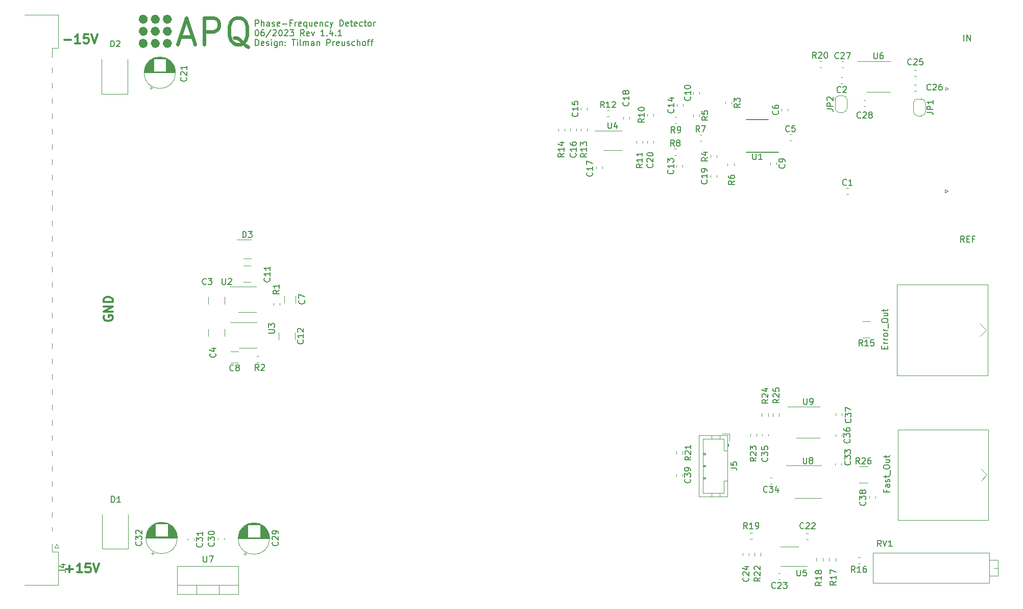
<source format=gbr>
G04 #@! TF.GenerationSoftware,KiCad,Pcbnew,(6.0.7)*
G04 #@! TF.CreationDate,2023-06-16T12:44:40+02:00*
G04 #@! TF.ProjectId,phase-frequency_detector,70686173-652d-4667-9265-7175656e6379,1.4.1*
G04 #@! TF.SameCoordinates,Original*
G04 #@! TF.FileFunction,Legend,Top*
G04 #@! TF.FilePolarity,Positive*
%FSLAX46Y46*%
G04 Gerber Fmt 4.6, Leading zero omitted, Abs format (unit mm)*
G04 Created by KiCad (PCBNEW (6.0.7)) date 2023-06-16 12:44:40*
%MOMM*%
%LPD*%
G01*
G04 APERTURE LIST*
%ADD10C,0.200000*%
%ADD11C,0.300000*%
%ADD12C,0.150000*%
%ADD13C,0.600000*%
%ADD14C,0.120000*%
%ADD15C,1.000000*%
G04 APERTURE END LIST*
D10*
X108368095Y-54642380D02*
X108368095Y-53642380D01*
X108749047Y-53642380D01*
X108844285Y-53690000D01*
X108891904Y-53737619D01*
X108939523Y-53832857D01*
X108939523Y-53975714D01*
X108891904Y-54070952D01*
X108844285Y-54118571D01*
X108749047Y-54166190D01*
X108368095Y-54166190D01*
X109368095Y-54642380D02*
X109368095Y-53642380D01*
X109796666Y-54642380D02*
X109796666Y-54118571D01*
X109749047Y-54023333D01*
X109653809Y-53975714D01*
X109510952Y-53975714D01*
X109415714Y-54023333D01*
X109368095Y-54070952D01*
X110701428Y-54642380D02*
X110701428Y-54118571D01*
X110653809Y-54023333D01*
X110558571Y-53975714D01*
X110368095Y-53975714D01*
X110272857Y-54023333D01*
X110701428Y-54594761D02*
X110606190Y-54642380D01*
X110368095Y-54642380D01*
X110272857Y-54594761D01*
X110225238Y-54499523D01*
X110225238Y-54404285D01*
X110272857Y-54309047D01*
X110368095Y-54261428D01*
X110606190Y-54261428D01*
X110701428Y-54213809D01*
X111130000Y-54594761D02*
X111225238Y-54642380D01*
X111415714Y-54642380D01*
X111510952Y-54594761D01*
X111558571Y-54499523D01*
X111558571Y-54451904D01*
X111510952Y-54356666D01*
X111415714Y-54309047D01*
X111272857Y-54309047D01*
X111177619Y-54261428D01*
X111130000Y-54166190D01*
X111130000Y-54118571D01*
X111177619Y-54023333D01*
X111272857Y-53975714D01*
X111415714Y-53975714D01*
X111510952Y-54023333D01*
X112368095Y-54594761D02*
X112272857Y-54642380D01*
X112082380Y-54642380D01*
X111987142Y-54594761D01*
X111939523Y-54499523D01*
X111939523Y-54118571D01*
X111987142Y-54023333D01*
X112082380Y-53975714D01*
X112272857Y-53975714D01*
X112368095Y-54023333D01*
X112415714Y-54118571D01*
X112415714Y-54213809D01*
X111939523Y-54309047D01*
X112844285Y-54261428D02*
X113606190Y-54261428D01*
X114415714Y-54118571D02*
X114082380Y-54118571D01*
X114082380Y-54642380D02*
X114082380Y-53642380D01*
X114558571Y-53642380D01*
X114939523Y-54642380D02*
X114939523Y-53975714D01*
X114939523Y-54166190D02*
X114987142Y-54070952D01*
X115034761Y-54023333D01*
X115130000Y-53975714D01*
X115225238Y-53975714D01*
X115939523Y-54594761D02*
X115844285Y-54642380D01*
X115653809Y-54642380D01*
X115558571Y-54594761D01*
X115510952Y-54499523D01*
X115510952Y-54118571D01*
X115558571Y-54023333D01*
X115653809Y-53975714D01*
X115844285Y-53975714D01*
X115939523Y-54023333D01*
X115987142Y-54118571D01*
X115987142Y-54213809D01*
X115510952Y-54309047D01*
X116844285Y-53975714D02*
X116844285Y-54975714D01*
X116844285Y-54594761D02*
X116749047Y-54642380D01*
X116558571Y-54642380D01*
X116463333Y-54594761D01*
X116415714Y-54547142D01*
X116368095Y-54451904D01*
X116368095Y-54166190D01*
X116415714Y-54070952D01*
X116463333Y-54023333D01*
X116558571Y-53975714D01*
X116749047Y-53975714D01*
X116844285Y-54023333D01*
X117749047Y-53975714D02*
X117749047Y-54642380D01*
X117320476Y-53975714D02*
X117320476Y-54499523D01*
X117368095Y-54594761D01*
X117463333Y-54642380D01*
X117606190Y-54642380D01*
X117701428Y-54594761D01*
X117749047Y-54547142D01*
X118606190Y-54594761D02*
X118510952Y-54642380D01*
X118320476Y-54642380D01*
X118225238Y-54594761D01*
X118177619Y-54499523D01*
X118177619Y-54118571D01*
X118225238Y-54023333D01*
X118320476Y-53975714D01*
X118510952Y-53975714D01*
X118606190Y-54023333D01*
X118653809Y-54118571D01*
X118653809Y-54213809D01*
X118177619Y-54309047D01*
X119082380Y-53975714D02*
X119082380Y-54642380D01*
X119082380Y-54070952D02*
X119130000Y-54023333D01*
X119225238Y-53975714D01*
X119368095Y-53975714D01*
X119463333Y-54023333D01*
X119510952Y-54118571D01*
X119510952Y-54642380D01*
X120415714Y-54594761D02*
X120320476Y-54642380D01*
X120130000Y-54642380D01*
X120034761Y-54594761D01*
X119987142Y-54547142D01*
X119939523Y-54451904D01*
X119939523Y-54166190D01*
X119987142Y-54070952D01*
X120034761Y-54023333D01*
X120130000Y-53975714D01*
X120320476Y-53975714D01*
X120415714Y-54023333D01*
X120749047Y-53975714D02*
X120987142Y-54642380D01*
X121225238Y-53975714D02*
X120987142Y-54642380D01*
X120891904Y-54880476D01*
X120844285Y-54928095D01*
X120749047Y-54975714D01*
X122368095Y-54642380D02*
X122368095Y-53642380D01*
X122606190Y-53642380D01*
X122749047Y-53690000D01*
X122844285Y-53785238D01*
X122891904Y-53880476D01*
X122939523Y-54070952D01*
X122939523Y-54213809D01*
X122891904Y-54404285D01*
X122844285Y-54499523D01*
X122749047Y-54594761D01*
X122606190Y-54642380D01*
X122368095Y-54642380D01*
X123749047Y-54594761D02*
X123653809Y-54642380D01*
X123463333Y-54642380D01*
X123368095Y-54594761D01*
X123320476Y-54499523D01*
X123320476Y-54118571D01*
X123368095Y-54023333D01*
X123463333Y-53975714D01*
X123653809Y-53975714D01*
X123749047Y-54023333D01*
X123796666Y-54118571D01*
X123796666Y-54213809D01*
X123320476Y-54309047D01*
X124082380Y-53975714D02*
X124463333Y-53975714D01*
X124225238Y-53642380D02*
X124225238Y-54499523D01*
X124272857Y-54594761D01*
X124368095Y-54642380D01*
X124463333Y-54642380D01*
X125177619Y-54594761D02*
X125082380Y-54642380D01*
X124891904Y-54642380D01*
X124796666Y-54594761D01*
X124749047Y-54499523D01*
X124749047Y-54118571D01*
X124796666Y-54023333D01*
X124891904Y-53975714D01*
X125082380Y-53975714D01*
X125177619Y-54023333D01*
X125225238Y-54118571D01*
X125225238Y-54213809D01*
X124749047Y-54309047D01*
X126082380Y-54594761D02*
X125987142Y-54642380D01*
X125796666Y-54642380D01*
X125701428Y-54594761D01*
X125653809Y-54547142D01*
X125606190Y-54451904D01*
X125606190Y-54166190D01*
X125653809Y-54070952D01*
X125701428Y-54023333D01*
X125796666Y-53975714D01*
X125987142Y-53975714D01*
X126082380Y-54023333D01*
X126368095Y-53975714D02*
X126749047Y-53975714D01*
X126510952Y-53642380D02*
X126510952Y-54499523D01*
X126558571Y-54594761D01*
X126653809Y-54642380D01*
X126749047Y-54642380D01*
X127225238Y-54642380D02*
X127130000Y-54594761D01*
X127082380Y-54547142D01*
X127034761Y-54451904D01*
X127034761Y-54166190D01*
X127082380Y-54070952D01*
X127130000Y-54023333D01*
X127225238Y-53975714D01*
X127368095Y-53975714D01*
X127463333Y-54023333D01*
X127510952Y-54070952D01*
X127558571Y-54166190D01*
X127558571Y-54451904D01*
X127510952Y-54547142D01*
X127463333Y-54594761D01*
X127368095Y-54642380D01*
X127225238Y-54642380D01*
X127987142Y-54642380D02*
X127987142Y-53975714D01*
X127987142Y-54166190D02*
X128034761Y-54070952D01*
X128082380Y-54023333D01*
X128177619Y-53975714D01*
X128272857Y-53975714D01*
X108558571Y-55252380D02*
X108653809Y-55252380D01*
X108749047Y-55300000D01*
X108796666Y-55347619D01*
X108844285Y-55442857D01*
X108891904Y-55633333D01*
X108891904Y-55871428D01*
X108844285Y-56061904D01*
X108796666Y-56157142D01*
X108749047Y-56204761D01*
X108653809Y-56252380D01*
X108558571Y-56252380D01*
X108463333Y-56204761D01*
X108415714Y-56157142D01*
X108368095Y-56061904D01*
X108320476Y-55871428D01*
X108320476Y-55633333D01*
X108368095Y-55442857D01*
X108415714Y-55347619D01*
X108463333Y-55300000D01*
X108558571Y-55252380D01*
X109749047Y-55252380D02*
X109558571Y-55252380D01*
X109463333Y-55300000D01*
X109415714Y-55347619D01*
X109320476Y-55490476D01*
X109272857Y-55680952D01*
X109272857Y-56061904D01*
X109320476Y-56157142D01*
X109368095Y-56204761D01*
X109463333Y-56252380D01*
X109653809Y-56252380D01*
X109749047Y-56204761D01*
X109796666Y-56157142D01*
X109844285Y-56061904D01*
X109844285Y-55823809D01*
X109796666Y-55728571D01*
X109749047Y-55680952D01*
X109653809Y-55633333D01*
X109463333Y-55633333D01*
X109368095Y-55680952D01*
X109320476Y-55728571D01*
X109272857Y-55823809D01*
X110987142Y-55204761D02*
X110130000Y-56490476D01*
X111272857Y-55347619D02*
X111320476Y-55300000D01*
X111415714Y-55252380D01*
X111653809Y-55252380D01*
X111749047Y-55300000D01*
X111796666Y-55347619D01*
X111844285Y-55442857D01*
X111844285Y-55538095D01*
X111796666Y-55680952D01*
X111225238Y-56252380D01*
X111844285Y-56252380D01*
X112463333Y-55252380D02*
X112558571Y-55252380D01*
X112653809Y-55300000D01*
X112701428Y-55347619D01*
X112749047Y-55442857D01*
X112796666Y-55633333D01*
X112796666Y-55871428D01*
X112749047Y-56061904D01*
X112701428Y-56157142D01*
X112653809Y-56204761D01*
X112558571Y-56252380D01*
X112463333Y-56252380D01*
X112368095Y-56204761D01*
X112320476Y-56157142D01*
X112272857Y-56061904D01*
X112225238Y-55871428D01*
X112225238Y-55633333D01*
X112272857Y-55442857D01*
X112320476Y-55347619D01*
X112368095Y-55300000D01*
X112463333Y-55252380D01*
X113177619Y-55347619D02*
X113225238Y-55300000D01*
X113320476Y-55252380D01*
X113558571Y-55252380D01*
X113653809Y-55300000D01*
X113701428Y-55347619D01*
X113749047Y-55442857D01*
X113749047Y-55538095D01*
X113701428Y-55680952D01*
X113130000Y-56252380D01*
X113749047Y-56252380D01*
X114082380Y-55252380D02*
X114701428Y-55252380D01*
X114368095Y-55633333D01*
X114510952Y-55633333D01*
X114606190Y-55680952D01*
X114653809Y-55728571D01*
X114701428Y-55823809D01*
X114701428Y-56061904D01*
X114653809Y-56157142D01*
X114606190Y-56204761D01*
X114510952Y-56252380D01*
X114225238Y-56252380D01*
X114130000Y-56204761D01*
X114082380Y-56157142D01*
X116463333Y-56252380D02*
X116130000Y-55776190D01*
X115891904Y-56252380D02*
X115891904Y-55252380D01*
X116272857Y-55252380D01*
X116368095Y-55300000D01*
X116415714Y-55347619D01*
X116463333Y-55442857D01*
X116463333Y-55585714D01*
X116415714Y-55680952D01*
X116368095Y-55728571D01*
X116272857Y-55776190D01*
X115891904Y-55776190D01*
X117272857Y-56204761D02*
X117177619Y-56252380D01*
X116987142Y-56252380D01*
X116891904Y-56204761D01*
X116844285Y-56109523D01*
X116844285Y-55728571D01*
X116891904Y-55633333D01*
X116987142Y-55585714D01*
X117177619Y-55585714D01*
X117272857Y-55633333D01*
X117320476Y-55728571D01*
X117320476Y-55823809D01*
X116844285Y-55919047D01*
X117653809Y-55585714D02*
X117891904Y-56252380D01*
X118130000Y-55585714D01*
X119796666Y-56252380D02*
X119225238Y-56252380D01*
X119510952Y-56252380D02*
X119510952Y-55252380D01*
X119415714Y-55395238D01*
X119320476Y-55490476D01*
X119225238Y-55538095D01*
X120225238Y-56157142D02*
X120272857Y-56204761D01*
X120225238Y-56252380D01*
X120177619Y-56204761D01*
X120225238Y-56157142D01*
X120225238Y-56252380D01*
X121130000Y-55585714D02*
X121130000Y-56252380D01*
X120891904Y-55204761D02*
X120653809Y-55919047D01*
X121272857Y-55919047D01*
X121653809Y-56157142D02*
X121701428Y-56204761D01*
X121653809Y-56252380D01*
X121606190Y-56204761D01*
X121653809Y-56157142D01*
X121653809Y-56252380D01*
X122653809Y-56252380D02*
X122082380Y-56252380D01*
X122368095Y-56252380D02*
X122368095Y-55252380D01*
X122272857Y-55395238D01*
X122177619Y-55490476D01*
X122082380Y-55538095D01*
X108368095Y-57862380D02*
X108368095Y-56862380D01*
X108606190Y-56862380D01*
X108749047Y-56910000D01*
X108844285Y-57005238D01*
X108891904Y-57100476D01*
X108939523Y-57290952D01*
X108939523Y-57433809D01*
X108891904Y-57624285D01*
X108844285Y-57719523D01*
X108749047Y-57814761D01*
X108606190Y-57862380D01*
X108368095Y-57862380D01*
X109749047Y-57814761D02*
X109653809Y-57862380D01*
X109463333Y-57862380D01*
X109368095Y-57814761D01*
X109320476Y-57719523D01*
X109320476Y-57338571D01*
X109368095Y-57243333D01*
X109463333Y-57195714D01*
X109653809Y-57195714D01*
X109749047Y-57243333D01*
X109796666Y-57338571D01*
X109796666Y-57433809D01*
X109320476Y-57529047D01*
X110177619Y-57814761D02*
X110272857Y-57862380D01*
X110463333Y-57862380D01*
X110558571Y-57814761D01*
X110606190Y-57719523D01*
X110606190Y-57671904D01*
X110558571Y-57576666D01*
X110463333Y-57529047D01*
X110320476Y-57529047D01*
X110225238Y-57481428D01*
X110177619Y-57386190D01*
X110177619Y-57338571D01*
X110225238Y-57243333D01*
X110320476Y-57195714D01*
X110463333Y-57195714D01*
X110558571Y-57243333D01*
X111034761Y-57862380D02*
X111034761Y-57195714D01*
X111034761Y-56862380D02*
X110987142Y-56910000D01*
X111034761Y-56957619D01*
X111082380Y-56910000D01*
X111034761Y-56862380D01*
X111034761Y-56957619D01*
X111939523Y-57195714D02*
X111939523Y-58005238D01*
X111891904Y-58100476D01*
X111844285Y-58148095D01*
X111749047Y-58195714D01*
X111606190Y-58195714D01*
X111510952Y-58148095D01*
X111939523Y-57814761D02*
X111844285Y-57862380D01*
X111653809Y-57862380D01*
X111558571Y-57814761D01*
X111510952Y-57767142D01*
X111463333Y-57671904D01*
X111463333Y-57386190D01*
X111510952Y-57290952D01*
X111558571Y-57243333D01*
X111653809Y-57195714D01*
X111844285Y-57195714D01*
X111939523Y-57243333D01*
X112415714Y-57195714D02*
X112415714Y-57862380D01*
X112415714Y-57290952D02*
X112463333Y-57243333D01*
X112558571Y-57195714D01*
X112701428Y-57195714D01*
X112796666Y-57243333D01*
X112844285Y-57338571D01*
X112844285Y-57862380D01*
X113320476Y-57767142D02*
X113368095Y-57814761D01*
X113320476Y-57862380D01*
X113272857Y-57814761D01*
X113320476Y-57767142D01*
X113320476Y-57862380D01*
X113320476Y-57243333D02*
X113368095Y-57290952D01*
X113320476Y-57338571D01*
X113272857Y-57290952D01*
X113320476Y-57243333D01*
X113320476Y-57338571D01*
X114415714Y-56862380D02*
X114987142Y-56862380D01*
X114701428Y-57862380D02*
X114701428Y-56862380D01*
X115320476Y-57862380D02*
X115320476Y-57195714D01*
X115320476Y-56862380D02*
X115272857Y-56910000D01*
X115320476Y-56957619D01*
X115368095Y-56910000D01*
X115320476Y-56862380D01*
X115320476Y-56957619D01*
X115939523Y-57862380D02*
X115844285Y-57814761D01*
X115796666Y-57719523D01*
X115796666Y-56862380D01*
X116320476Y-57862380D02*
X116320476Y-57195714D01*
X116320476Y-57290952D02*
X116368095Y-57243333D01*
X116463333Y-57195714D01*
X116606190Y-57195714D01*
X116701428Y-57243333D01*
X116749047Y-57338571D01*
X116749047Y-57862380D01*
X116749047Y-57338571D02*
X116796666Y-57243333D01*
X116891904Y-57195714D01*
X117034761Y-57195714D01*
X117130000Y-57243333D01*
X117177619Y-57338571D01*
X117177619Y-57862380D01*
X118082380Y-57862380D02*
X118082380Y-57338571D01*
X118034761Y-57243333D01*
X117939523Y-57195714D01*
X117749047Y-57195714D01*
X117653809Y-57243333D01*
X118082380Y-57814761D02*
X117987142Y-57862380D01*
X117749047Y-57862380D01*
X117653809Y-57814761D01*
X117606190Y-57719523D01*
X117606190Y-57624285D01*
X117653809Y-57529047D01*
X117749047Y-57481428D01*
X117987142Y-57481428D01*
X118082380Y-57433809D01*
X118558571Y-57195714D02*
X118558571Y-57862380D01*
X118558571Y-57290952D02*
X118606190Y-57243333D01*
X118701428Y-57195714D01*
X118844285Y-57195714D01*
X118939523Y-57243333D01*
X118987142Y-57338571D01*
X118987142Y-57862380D01*
X120225238Y-57862380D02*
X120225238Y-56862380D01*
X120606190Y-56862380D01*
X120701428Y-56910000D01*
X120749047Y-56957619D01*
X120796666Y-57052857D01*
X120796666Y-57195714D01*
X120749047Y-57290952D01*
X120701428Y-57338571D01*
X120606190Y-57386190D01*
X120225238Y-57386190D01*
X121225238Y-57862380D02*
X121225238Y-57195714D01*
X121225238Y-57386190D02*
X121272857Y-57290952D01*
X121320476Y-57243333D01*
X121415714Y-57195714D01*
X121510952Y-57195714D01*
X122225238Y-57814761D02*
X122130000Y-57862380D01*
X121939523Y-57862380D01*
X121844285Y-57814761D01*
X121796666Y-57719523D01*
X121796666Y-57338571D01*
X121844285Y-57243333D01*
X121939523Y-57195714D01*
X122130000Y-57195714D01*
X122225238Y-57243333D01*
X122272857Y-57338571D01*
X122272857Y-57433809D01*
X121796666Y-57529047D01*
X123130000Y-57195714D02*
X123130000Y-57862380D01*
X122701428Y-57195714D02*
X122701428Y-57719523D01*
X122749047Y-57814761D01*
X122844285Y-57862380D01*
X122987142Y-57862380D01*
X123082380Y-57814761D01*
X123130000Y-57767142D01*
X123558571Y-57814761D02*
X123653809Y-57862380D01*
X123844285Y-57862380D01*
X123939523Y-57814761D01*
X123987142Y-57719523D01*
X123987142Y-57671904D01*
X123939523Y-57576666D01*
X123844285Y-57529047D01*
X123701428Y-57529047D01*
X123606190Y-57481428D01*
X123558571Y-57386190D01*
X123558571Y-57338571D01*
X123606190Y-57243333D01*
X123701428Y-57195714D01*
X123844285Y-57195714D01*
X123939523Y-57243333D01*
X124844285Y-57814761D02*
X124749047Y-57862380D01*
X124558571Y-57862380D01*
X124463333Y-57814761D01*
X124415714Y-57767142D01*
X124368095Y-57671904D01*
X124368095Y-57386190D01*
X124415714Y-57290952D01*
X124463333Y-57243333D01*
X124558571Y-57195714D01*
X124749047Y-57195714D01*
X124844285Y-57243333D01*
X125272857Y-57862380D02*
X125272857Y-56862380D01*
X125701428Y-57862380D02*
X125701428Y-57338571D01*
X125653809Y-57243333D01*
X125558571Y-57195714D01*
X125415714Y-57195714D01*
X125320476Y-57243333D01*
X125272857Y-57290952D01*
X126320476Y-57862380D02*
X126225238Y-57814761D01*
X126177619Y-57767142D01*
X126130000Y-57671904D01*
X126130000Y-57386190D01*
X126177619Y-57290952D01*
X126225238Y-57243333D01*
X126320476Y-57195714D01*
X126463333Y-57195714D01*
X126558571Y-57243333D01*
X126606190Y-57290952D01*
X126653809Y-57386190D01*
X126653809Y-57671904D01*
X126606190Y-57767142D01*
X126558571Y-57814761D01*
X126463333Y-57862380D01*
X126320476Y-57862380D01*
X126939523Y-57195714D02*
X127320476Y-57195714D01*
X127082380Y-57862380D02*
X127082380Y-57005238D01*
X127130000Y-56910000D01*
X127225238Y-56862380D01*
X127320476Y-56862380D01*
X127510952Y-57195714D02*
X127891904Y-57195714D01*
X127653809Y-57862380D02*
X127653809Y-57005238D01*
X127701428Y-56910000D01*
X127796666Y-56862380D01*
X127891904Y-56862380D01*
D11*
X76657142Y-56907142D02*
X77800000Y-56907142D01*
X79300000Y-57478571D02*
X78442857Y-57478571D01*
X78871428Y-57478571D02*
X78871428Y-55978571D01*
X78728571Y-56192857D01*
X78585714Y-56335714D01*
X78442857Y-56407142D01*
X80657142Y-55978571D02*
X79942857Y-55978571D01*
X79871428Y-56692857D01*
X79942857Y-56621428D01*
X80085714Y-56550000D01*
X80442857Y-56550000D01*
X80585714Y-56621428D01*
X80657142Y-56692857D01*
X80728571Y-56835714D01*
X80728571Y-57192857D01*
X80657142Y-57335714D01*
X80585714Y-57407142D01*
X80442857Y-57478571D01*
X80085714Y-57478571D01*
X79942857Y-57407142D01*
X79871428Y-57335714D01*
X81157142Y-55978571D02*
X81657142Y-57478571D01*
X82157142Y-55978571D01*
X83250000Y-102642857D02*
X83178571Y-102785714D01*
X83178571Y-103000000D01*
X83250000Y-103214285D01*
X83392857Y-103357142D01*
X83535714Y-103428571D01*
X83821428Y-103500000D01*
X84035714Y-103500000D01*
X84321428Y-103428571D01*
X84464285Y-103357142D01*
X84607142Y-103214285D01*
X84678571Y-103000000D01*
X84678571Y-102857142D01*
X84607142Y-102642857D01*
X84535714Y-102571428D01*
X84035714Y-102571428D01*
X84035714Y-102857142D01*
X84678571Y-101928571D02*
X83178571Y-101928571D01*
X84678571Y-101071428D01*
X83178571Y-101071428D01*
X84678571Y-100357142D02*
X83178571Y-100357142D01*
X83178571Y-100000000D01*
X83250000Y-99785714D01*
X83392857Y-99642857D01*
X83535714Y-99571428D01*
X83821428Y-99500000D01*
X84035714Y-99500000D01*
X84321428Y-99571428D01*
X84464285Y-99642857D01*
X84607142Y-99785714D01*
X84678571Y-100000000D01*
X84678571Y-100357142D01*
X76957142Y-144607142D02*
X78100000Y-144607142D01*
X77528571Y-145178571D02*
X77528571Y-144035714D01*
X79600000Y-145178571D02*
X78742857Y-145178571D01*
X79171428Y-145178571D02*
X79171428Y-143678571D01*
X79028571Y-143892857D01*
X78885714Y-144035714D01*
X78742857Y-144107142D01*
X80957142Y-143678571D02*
X80242857Y-143678571D01*
X80171428Y-144392857D01*
X80242857Y-144321428D01*
X80385714Y-144250000D01*
X80742857Y-144250000D01*
X80885714Y-144321428D01*
X80957142Y-144392857D01*
X81028571Y-144535714D01*
X81028571Y-144892857D01*
X80957142Y-145035714D01*
X80885714Y-145107142D01*
X80742857Y-145178571D01*
X80385714Y-145178571D01*
X80242857Y-145107142D01*
X80171428Y-145035714D01*
X81457142Y-143678571D02*
X81957142Y-145178571D01*
X82457142Y-143678571D01*
D12*
X205433333Y-65557142D02*
X205385714Y-65604761D01*
X205242857Y-65652380D01*
X205147619Y-65652380D01*
X205004761Y-65604761D01*
X204909523Y-65509523D01*
X204861904Y-65414285D01*
X204814285Y-65223809D01*
X204814285Y-65080952D01*
X204861904Y-64890476D01*
X204909523Y-64795238D01*
X205004761Y-64700000D01*
X205147619Y-64652380D01*
X205242857Y-64652380D01*
X205385714Y-64700000D01*
X205433333Y-64747619D01*
X205814285Y-64747619D02*
X205861904Y-64700000D01*
X205957142Y-64652380D01*
X206195238Y-64652380D01*
X206290476Y-64700000D01*
X206338095Y-64747619D01*
X206385714Y-64842857D01*
X206385714Y-64938095D01*
X206338095Y-65080952D01*
X205766666Y-65652380D01*
X206385714Y-65652380D01*
X100183333Y-97357142D02*
X100135714Y-97404761D01*
X99992857Y-97452380D01*
X99897619Y-97452380D01*
X99754761Y-97404761D01*
X99659523Y-97309523D01*
X99611904Y-97214285D01*
X99564285Y-97023809D01*
X99564285Y-96880952D01*
X99611904Y-96690476D01*
X99659523Y-96595238D01*
X99754761Y-96500000D01*
X99897619Y-96452380D01*
X99992857Y-96452380D01*
X100135714Y-96500000D01*
X100183333Y-96547619D01*
X100516666Y-96452380D02*
X101135714Y-96452380D01*
X100802380Y-96833333D01*
X100945238Y-96833333D01*
X101040476Y-96880952D01*
X101088095Y-96928571D01*
X101135714Y-97023809D01*
X101135714Y-97261904D01*
X101088095Y-97357142D01*
X101040476Y-97404761D01*
X100945238Y-97452380D01*
X100659523Y-97452380D01*
X100564285Y-97404761D01*
X100516666Y-97357142D01*
X101707142Y-108916666D02*
X101754761Y-108964285D01*
X101802380Y-109107142D01*
X101802380Y-109202380D01*
X101754761Y-109345238D01*
X101659523Y-109440476D01*
X101564285Y-109488095D01*
X101373809Y-109535714D01*
X101230952Y-109535714D01*
X101040476Y-109488095D01*
X100945238Y-109440476D01*
X100850000Y-109345238D01*
X100802380Y-109202380D01*
X100802380Y-109107142D01*
X100850000Y-108964285D01*
X100897619Y-108916666D01*
X101135714Y-108059523D02*
X101802380Y-108059523D01*
X100754761Y-108297619D02*
X101469047Y-108535714D01*
X101469047Y-107916666D01*
X196933333Y-72027142D02*
X196885714Y-72074761D01*
X196742857Y-72122380D01*
X196647619Y-72122380D01*
X196504761Y-72074761D01*
X196409523Y-71979523D01*
X196361904Y-71884285D01*
X196314285Y-71693809D01*
X196314285Y-71550952D01*
X196361904Y-71360476D01*
X196409523Y-71265238D01*
X196504761Y-71170000D01*
X196647619Y-71122380D01*
X196742857Y-71122380D01*
X196885714Y-71170000D01*
X196933333Y-71217619D01*
X197838095Y-71122380D02*
X197361904Y-71122380D01*
X197314285Y-71598571D01*
X197361904Y-71550952D01*
X197457142Y-71503333D01*
X197695238Y-71503333D01*
X197790476Y-71550952D01*
X197838095Y-71598571D01*
X197885714Y-71693809D01*
X197885714Y-71931904D01*
X197838095Y-72027142D01*
X197790476Y-72074761D01*
X197695238Y-72122380D01*
X197457142Y-72122380D01*
X197361904Y-72074761D01*
X197314285Y-72027142D01*
X195027142Y-68666666D02*
X195074761Y-68714285D01*
X195122380Y-68857142D01*
X195122380Y-68952380D01*
X195074761Y-69095238D01*
X194979523Y-69190476D01*
X194884285Y-69238095D01*
X194693809Y-69285714D01*
X194550952Y-69285714D01*
X194360476Y-69238095D01*
X194265238Y-69190476D01*
X194170000Y-69095238D01*
X194122380Y-68952380D01*
X194122380Y-68857142D01*
X194170000Y-68714285D01*
X194217619Y-68666666D01*
X194122380Y-67809523D02*
X194122380Y-68000000D01*
X194170000Y-68095238D01*
X194217619Y-68142857D01*
X194360476Y-68238095D01*
X194550952Y-68285714D01*
X194931904Y-68285714D01*
X195027142Y-68238095D01*
X195074761Y-68190476D01*
X195122380Y-68095238D01*
X195122380Y-67904761D01*
X195074761Y-67809523D01*
X195027142Y-67761904D01*
X194931904Y-67714285D01*
X194693809Y-67714285D01*
X194598571Y-67761904D01*
X194550952Y-67809523D01*
X194503333Y-67904761D01*
X194503333Y-68095238D01*
X194550952Y-68190476D01*
X194598571Y-68238095D01*
X194693809Y-68285714D01*
X116457142Y-100066666D02*
X116504761Y-100114285D01*
X116552380Y-100257142D01*
X116552380Y-100352380D01*
X116504761Y-100495238D01*
X116409523Y-100590476D01*
X116314285Y-100638095D01*
X116123809Y-100685714D01*
X115980952Y-100685714D01*
X115790476Y-100638095D01*
X115695238Y-100590476D01*
X115600000Y-100495238D01*
X115552380Y-100352380D01*
X115552380Y-100257142D01*
X115600000Y-100114285D01*
X115647619Y-100066666D01*
X115552380Y-99733333D02*
X115552380Y-99066666D01*
X116552380Y-99495238D01*
X104733333Y-111677142D02*
X104685714Y-111724761D01*
X104542857Y-111772380D01*
X104447619Y-111772380D01*
X104304761Y-111724761D01*
X104209523Y-111629523D01*
X104161904Y-111534285D01*
X104114285Y-111343809D01*
X104114285Y-111200952D01*
X104161904Y-111010476D01*
X104209523Y-110915238D01*
X104304761Y-110820000D01*
X104447619Y-110772380D01*
X104542857Y-110772380D01*
X104685714Y-110820000D01*
X104733333Y-110867619D01*
X105304761Y-111200952D02*
X105209523Y-111153333D01*
X105161904Y-111105714D01*
X105114285Y-111010476D01*
X105114285Y-110962857D01*
X105161904Y-110867619D01*
X105209523Y-110820000D01*
X105304761Y-110772380D01*
X105495238Y-110772380D01*
X105590476Y-110820000D01*
X105638095Y-110867619D01*
X105685714Y-110962857D01*
X105685714Y-111010476D01*
X105638095Y-111105714D01*
X105590476Y-111153333D01*
X105495238Y-111200952D01*
X105304761Y-111200952D01*
X105209523Y-111248571D01*
X105161904Y-111296190D01*
X105114285Y-111391428D01*
X105114285Y-111581904D01*
X105161904Y-111677142D01*
X105209523Y-111724761D01*
X105304761Y-111772380D01*
X105495238Y-111772380D01*
X105590476Y-111724761D01*
X105638095Y-111677142D01*
X105685714Y-111581904D01*
X105685714Y-111391428D01*
X105638095Y-111296190D01*
X105590476Y-111248571D01*
X105495238Y-111200952D01*
X196087142Y-77566666D02*
X196134761Y-77614285D01*
X196182380Y-77757142D01*
X196182380Y-77852380D01*
X196134761Y-77995238D01*
X196039523Y-78090476D01*
X195944285Y-78138095D01*
X195753809Y-78185714D01*
X195610952Y-78185714D01*
X195420476Y-78138095D01*
X195325238Y-78090476D01*
X195230000Y-77995238D01*
X195182380Y-77852380D01*
X195182380Y-77757142D01*
X195230000Y-77614285D01*
X195277619Y-77566666D01*
X196182380Y-77090476D02*
X196182380Y-76900000D01*
X196134761Y-76804761D01*
X196087142Y-76757142D01*
X195944285Y-76661904D01*
X195753809Y-76614285D01*
X195372857Y-76614285D01*
X195277619Y-76661904D01*
X195230000Y-76709523D01*
X195182380Y-76804761D01*
X195182380Y-76995238D01*
X195230000Y-77090476D01*
X195277619Y-77138095D01*
X195372857Y-77185714D01*
X195610952Y-77185714D01*
X195706190Y-77138095D01*
X195753809Y-77090476D01*
X195801428Y-76995238D01*
X195801428Y-76804761D01*
X195753809Y-76709523D01*
X195706190Y-76661904D01*
X195610952Y-76614285D01*
X180427142Y-66342857D02*
X180474761Y-66390476D01*
X180522380Y-66533333D01*
X180522380Y-66628571D01*
X180474761Y-66771428D01*
X180379523Y-66866666D01*
X180284285Y-66914285D01*
X180093809Y-66961904D01*
X179950952Y-66961904D01*
X179760476Y-66914285D01*
X179665238Y-66866666D01*
X179570000Y-66771428D01*
X179522380Y-66628571D01*
X179522380Y-66533333D01*
X179570000Y-66390476D01*
X179617619Y-66342857D01*
X180522380Y-65390476D02*
X180522380Y-65961904D01*
X180522380Y-65676190D02*
X179522380Y-65676190D01*
X179665238Y-65771428D01*
X179760476Y-65866666D01*
X179808095Y-65961904D01*
X179522380Y-64771428D02*
X179522380Y-64676190D01*
X179570000Y-64580952D01*
X179617619Y-64533333D01*
X179712857Y-64485714D01*
X179903333Y-64438095D01*
X180141428Y-64438095D01*
X180331904Y-64485714D01*
X180427142Y-64533333D01*
X180474761Y-64580952D01*
X180522380Y-64676190D01*
X180522380Y-64771428D01*
X180474761Y-64866666D01*
X180427142Y-64914285D01*
X180331904Y-64961904D01*
X180141428Y-65009523D01*
X179903333Y-65009523D01*
X179712857Y-64961904D01*
X179617619Y-64914285D01*
X179570000Y-64866666D01*
X179522380Y-64771428D01*
X110707142Y-96392857D02*
X110754761Y-96440476D01*
X110802380Y-96583333D01*
X110802380Y-96678571D01*
X110754761Y-96821428D01*
X110659523Y-96916666D01*
X110564285Y-96964285D01*
X110373809Y-97011904D01*
X110230952Y-97011904D01*
X110040476Y-96964285D01*
X109945238Y-96916666D01*
X109850000Y-96821428D01*
X109802380Y-96678571D01*
X109802380Y-96583333D01*
X109850000Y-96440476D01*
X109897619Y-96392857D01*
X110802380Y-95440476D02*
X110802380Y-96011904D01*
X110802380Y-95726190D02*
X109802380Y-95726190D01*
X109945238Y-95821428D01*
X110040476Y-95916666D01*
X110088095Y-96011904D01*
X110802380Y-94488095D02*
X110802380Y-95059523D01*
X110802380Y-94773809D02*
X109802380Y-94773809D01*
X109945238Y-94869047D01*
X110040476Y-94964285D01*
X110088095Y-95059523D01*
X177627142Y-78492857D02*
X177674761Y-78540476D01*
X177722380Y-78683333D01*
X177722380Y-78778571D01*
X177674761Y-78921428D01*
X177579523Y-79016666D01*
X177484285Y-79064285D01*
X177293809Y-79111904D01*
X177150952Y-79111904D01*
X176960476Y-79064285D01*
X176865238Y-79016666D01*
X176770000Y-78921428D01*
X176722380Y-78778571D01*
X176722380Y-78683333D01*
X176770000Y-78540476D01*
X176817619Y-78492857D01*
X177722380Y-77540476D02*
X177722380Y-78111904D01*
X177722380Y-77826190D02*
X176722380Y-77826190D01*
X176865238Y-77921428D01*
X176960476Y-78016666D01*
X177008095Y-78111904D01*
X176722380Y-77207142D02*
X176722380Y-76588095D01*
X177103333Y-76921428D01*
X177103333Y-76778571D01*
X177150952Y-76683333D01*
X177198571Y-76635714D01*
X177293809Y-76588095D01*
X177531904Y-76588095D01*
X177627142Y-76635714D01*
X177674761Y-76683333D01*
X177722380Y-76778571D01*
X177722380Y-77064285D01*
X177674761Y-77159523D01*
X177627142Y-77207142D01*
X177677142Y-68392857D02*
X177724761Y-68440476D01*
X177772380Y-68583333D01*
X177772380Y-68678571D01*
X177724761Y-68821428D01*
X177629523Y-68916666D01*
X177534285Y-68964285D01*
X177343809Y-69011904D01*
X177200952Y-69011904D01*
X177010476Y-68964285D01*
X176915238Y-68916666D01*
X176820000Y-68821428D01*
X176772380Y-68678571D01*
X176772380Y-68583333D01*
X176820000Y-68440476D01*
X176867619Y-68392857D01*
X177772380Y-67440476D02*
X177772380Y-68011904D01*
X177772380Y-67726190D02*
X176772380Y-67726190D01*
X176915238Y-67821428D01*
X177010476Y-67916666D01*
X177058095Y-68011904D01*
X177105714Y-66583333D02*
X177772380Y-66583333D01*
X176724761Y-66821428D02*
X177439047Y-67059523D01*
X177439047Y-66440476D01*
X161777142Y-68992857D02*
X161824761Y-69040476D01*
X161872380Y-69183333D01*
X161872380Y-69278571D01*
X161824761Y-69421428D01*
X161729523Y-69516666D01*
X161634285Y-69564285D01*
X161443809Y-69611904D01*
X161300952Y-69611904D01*
X161110476Y-69564285D01*
X161015238Y-69516666D01*
X160920000Y-69421428D01*
X160872380Y-69278571D01*
X160872380Y-69183333D01*
X160920000Y-69040476D01*
X160967619Y-68992857D01*
X161872380Y-68040476D02*
X161872380Y-68611904D01*
X161872380Y-68326190D02*
X160872380Y-68326190D01*
X161015238Y-68421428D01*
X161110476Y-68516666D01*
X161158095Y-68611904D01*
X160872380Y-67135714D02*
X160872380Y-67611904D01*
X161348571Y-67659523D01*
X161300952Y-67611904D01*
X161253333Y-67516666D01*
X161253333Y-67278571D01*
X161300952Y-67183333D01*
X161348571Y-67135714D01*
X161443809Y-67088095D01*
X161681904Y-67088095D01*
X161777142Y-67135714D01*
X161824761Y-67183333D01*
X161872380Y-67278571D01*
X161872380Y-67516666D01*
X161824761Y-67611904D01*
X161777142Y-67659523D01*
X161457142Y-75742857D02*
X161504761Y-75790476D01*
X161552380Y-75933333D01*
X161552380Y-76028571D01*
X161504761Y-76171428D01*
X161409523Y-76266666D01*
X161314285Y-76314285D01*
X161123809Y-76361904D01*
X160980952Y-76361904D01*
X160790476Y-76314285D01*
X160695238Y-76266666D01*
X160600000Y-76171428D01*
X160552380Y-76028571D01*
X160552380Y-75933333D01*
X160600000Y-75790476D01*
X160647619Y-75742857D01*
X161552380Y-74790476D02*
X161552380Y-75361904D01*
X161552380Y-75076190D02*
X160552380Y-75076190D01*
X160695238Y-75171428D01*
X160790476Y-75266666D01*
X160838095Y-75361904D01*
X160552380Y-73933333D02*
X160552380Y-74123809D01*
X160600000Y-74219047D01*
X160647619Y-74266666D01*
X160790476Y-74361904D01*
X160980952Y-74409523D01*
X161361904Y-74409523D01*
X161457142Y-74361904D01*
X161504761Y-74314285D01*
X161552380Y-74219047D01*
X161552380Y-74028571D01*
X161504761Y-73933333D01*
X161457142Y-73885714D01*
X161361904Y-73838095D01*
X161123809Y-73838095D01*
X161028571Y-73885714D01*
X160980952Y-73933333D01*
X160933333Y-74028571D01*
X160933333Y-74219047D01*
X160980952Y-74314285D01*
X161028571Y-74361904D01*
X161123809Y-74409523D01*
X164207142Y-78892857D02*
X164254761Y-78940476D01*
X164302380Y-79083333D01*
X164302380Y-79178571D01*
X164254761Y-79321428D01*
X164159523Y-79416666D01*
X164064285Y-79464285D01*
X163873809Y-79511904D01*
X163730952Y-79511904D01*
X163540476Y-79464285D01*
X163445238Y-79416666D01*
X163350000Y-79321428D01*
X163302380Y-79178571D01*
X163302380Y-79083333D01*
X163350000Y-78940476D01*
X163397619Y-78892857D01*
X164302380Y-77940476D02*
X164302380Y-78511904D01*
X164302380Y-78226190D02*
X163302380Y-78226190D01*
X163445238Y-78321428D01*
X163540476Y-78416666D01*
X163588095Y-78511904D01*
X163302380Y-77607142D02*
X163302380Y-76940476D01*
X164302380Y-77369047D01*
X170207142Y-67242857D02*
X170254761Y-67290476D01*
X170302380Y-67433333D01*
X170302380Y-67528571D01*
X170254761Y-67671428D01*
X170159523Y-67766666D01*
X170064285Y-67814285D01*
X169873809Y-67861904D01*
X169730952Y-67861904D01*
X169540476Y-67814285D01*
X169445238Y-67766666D01*
X169350000Y-67671428D01*
X169302380Y-67528571D01*
X169302380Y-67433333D01*
X169350000Y-67290476D01*
X169397619Y-67242857D01*
X170302380Y-66290476D02*
X170302380Y-66861904D01*
X170302380Y-66576190D02*
X169302380Y-66576190D01*
X169445238Y-66671428D01*
X169540476Y-66766666D01*
X169588095Y-66861904D01*
X169730952Y-65719047D02*
X169683333Y-65814285D01*
X169635714Y-65861904D01*
X169540476Y-65909523D01*
X169492857Y-65909523D01*
X169397619Y-65861904D01*
X169350000Y-65814285D01*
X169302380Y-65719047D01*
X169302380Y-65528571D01*
X169350000Y-65433333D01*
X169397619Y-65385714D01*
X169492857Y-65338095D01*
X169540476Y-65338095D01*
X169635714Y-65385714D01*
X169683333Y-65433333D01*
X169730952Y-65528571D01*
X169730952Y-65719047D01*
X169778571Y-65814285D01*
X169826190Y-65861904D01*
X169921428Y-65909523D01*
X170111904Y-65909523D01*
X170207142Y-65861904D01*
X170254761Y-65814285D01*
X170302380Y-65719047D01*
X170302380Y-65528571D01*
X170254761Y-65433333D01*
X170207142Y-65385714D01*
X170111904Y-65338095D01*
X169921428Y-65338095D01*
X169826190Y-65385714D01*
X169778571Y-65433333D01*
X169730952Y-65528571D01*
X183207142Y-80142857D02*
X183254761Y-80190476D01*
X183302380Y-80333333D01*
X183302380Y-80428571D01*
X183254761Y-80571428D01*
X183159523Y-80666666D01*
X183064285Y-80714285D01*
X182873809Y-80761904D01*
X182730952Y-80761904D01*
X182540476Y-80714285D01*
X182445238Y-80666666D01*
X182350000Y-80571428D01*
X182302380Y-80428571D01*
X182302380Y-80333333D01*
X182350000Y-80190476D01*
X182397619Y-80142857D01*
X183302380Y-79190476D02*
X183302380Y-79761904D01*
X183302380Y-79476190D02*
X182302380Y-79476190D01*
X182445238Y-79571428D01*
X182540476Y-79666666D01*
X182588095Y-79761904D01*
X183302380Y-78714285D02*
X183302380Y-78523809D01*
X183254761Y-78428571D01*
X183207142Y-78380952D01*
X183064285Y-78285714D01*
X182873809Y-78238095D01*
X182492857Y-78238095D01*
X182397619Y-78285714D01*
X182350000Y-78333333D01*
X182302380Y-78428571D01*
X182302380Y-78619047D01*
X182350000Y-78714285D01*
X182397619Y-78761904D01*
X182492857Y-78809523D01*
X182730952Y-78809523D01*
X182826190Y-78761904D01*
X182873809Y-78714285D01*
X182921428Y-78619047D01*
X182921428Y-78428571D01*
X182873809Y-78333333D01*
X182826190Y-78285714D01*
X182730952Y-78238095D01*
X174207142Y-77492857D02*
X174254761Y-77540476D01*
X174302380Y-77683333D01*
X174302380Y-77778571D01*
X174254761Y-77921428D01*
X174159523Y-78016666D01*
X174064285Y-78064285D01*
X173873809Y-78111904D01*
X173730952Y-78111904D01*
X173540476Y-78064285D01*
X173445238Y-78016666D01*
X173350000Y-77921428D01*
X173302380Y-77778571D01*
X173302380Y-77683333D01*
X173350000Y-77540476D01*
X173397619Y-77492857D01*
X173397619Y-77111904D02*
X173350000Y-77064285D01*
X173302380Y-76969047D01*
X173302380Y-76730952D01*
X173350000Y-76635714D01*
X173397619Y-76588095D01*
X173492857Y-76540476D01*
X173588095Y-76540476D01*
X173730952Y-76588095D01*
X174302380Y-77159523D01*
X174302380Y-76540476D01*
X173302380Y-75921428D02*
X173302380Y-75826190D01*
X173350000Y-75730952D01*
X173397619Y-75683333D01*
X173492857Y-75635714D01*
X173683333Y-75588095D01*
X173921428Y-75588095D01*
X174111904Y-75635714D01*
X174207142Y-75683333D01*
X174254761Y-75730952D01*
X174302380Y-75826190D01*
X174302380Y-75921428D01*
X174254761Y-76016666D01*
X174207142Y-76064285D01*
X174111904Y-76111904D01*
X173921428Y-76159523D01*
X173683333Y-76159523D01*
X173492857Y-76111904D01*
X173397619Y-76064285D01*
X173350000Y-76016666D01*
X173302380Y-75921428D01*
X199291642Y-137849142D02*
X199244023Y-137896761D01*
X199101166Y-137944380D01*
X199005928Y-137944380D01*
X198863071Y-137896761D01*
X198767833Y-137801523D01*
X198720214Y-137706285D01*
X198672595Y-137515809D01*
X198672595Y-137372952D01*
X198720214Y-137182476D01*
X198767833Y-137087238D01*
X198863071Y-136992000D01*
X199005928Y-136944380D01*
X199101166Y-136944380D01*
X199244023Y-136992000D01*
X199291642Y-137039619D01*
X199672595Y-137039619D02*
X199720214Y-136992000D01*
X199815452Y-136944380D01*
X200053547Y-136944380D01*
X200148785Y-136992000D01*
X200196404Y-137039619D01*
X200244023Y-137134857D01*
X200244023Y-137230095D01*
X200196404Y-137372952D01*
X199624976Y-137944380D01*
X200244023Y-137944380D01*
X200624976Y-137039619D02*
X200672595Y-136992000D01*
X200767833Y-136944380D01*
X201005928Y-136944380D01*
X201101166Y-136992000D01*
X201148785Y-137039619D01*
X201196404Y-137134857D01*
X201196404Y-137230095D01*
X201148785Y-137372952D01*
X200577357Y-137944380D01*
X201196404Y-137944380D01*
X194619642Y-147715242D02*
X194572023Y-147762861D01*
X194429166Y-147810480D01*
X194333928Y-147810480D01*
X194191071Y-147762861D01*
X194095833Y-147667623D01*
X194048214Y-147572385D01*
X194000595Y-147381909D01*
X194000595Y-147239052D01*
X194048214Y-147048576D01*
X194095833Y-146953338D01*
X194191071Y-146858100D01*
X194333928Y-146810480D01*
X194429166Y-146810480D01*
X194572023Y-146858100D01*
X194619642Y-146905719D01*
X195000595Y-146905719D02*
X195048214Y-146858100D01*
X195143452Y-146810480D01*
X195381547Y-146810480D01*
X195476785Y-146858100D01*
X195524404Y-146905719D01*
X195572023Y-147000957D01*
X195572023Y-147096195D01*
X195524404Y-147239052D01*
X194952976Y-147810480D01*
X195572023Y-147810480D01*
X195905357Y-146810480D02*
X196524404Y-146810480D01*
X196191071Y-147191433D01*
X196333928Y-147191433D01*
X196429166Y-147239052D01*
X196476785Y-147286671D01*
X196524404Y-147381909D01*
X196524404Y-147620004D01*
X196476785Y-147715242D01*
X196429166Y-147762861D01*
X196333928Y-147810480D01*
X196048214Y-147810480D01*
X195952976Y-147762861D01*
X195905357Y-147715242D01*
X190095142Y-146041757D02*
X190142761Y-146089376D01*
X190190380Y-146232233D01*
X190190380Y-146327471D01*
X190142761Y-146470328D01*
X190047523Y-146565566D01*
X189952285Y-146613185D01*
X189761809Y-146660804D01*
X189618952Y-146660804D01*
X189428476Y-146613185D01*
X189333238Y-146565566D01*
X189238000Y-146470328D01*
X189190380Y-146327471D01*
X189190380Y-146232233D01*
X189238000Y-146089376D01*
X189285619Y-146041757D01*
X189285619Y-145660804D02*
X189238000Y-145613185D01*
X189190380Y-145517947D01*
X189190380Y-145279852D01*
X189238000Y-145184614D01*
X189285619Y-145136995D01*
X189380857Y-145089376D01*
X189476095Y-145089376D01*
X189618952Y-145136995D01*
X190190380Y-145708423D01*
X190190380Y-145089376D01*
X189523714Y-144232233D02*
X190190380Y-144232233D01*
X189142761Y-144470328D02*
X189857047Y-144708423D01*
X189857047Y-144089376D01*
D13*
X95857619Y-56393333D02*
X97952857Y-56393333D01*
X95438571Y-57650476D02*
X96905238Y-53250476D01*
X98371904Y-57650476D01*
X99838571Y-57650476D02*
X99838571Y-53250476D01*
X101514761Y-53250476D01*
X101933809Y-53460000D01*
X102143333Y-53669523D01*
X102352857Y-54088571D01*
X102352857Y-54717142D01*
X102143333Y-55136190D01*
X101933809Y-55345714D01*
X101514761Y-55555238D01*
X99838571Y-55555238D01*
X107171904Y-58069523D02*
X106752857Y-57860000D01*
X106333809Y-57440952D01*
X105705238Y-56812380D01*
X105286190Y-56602857D01*
X104867142Y-56602857D01*
X105076666Y-57650476D02*
X104657619Y-57440952D01*
X104238571Y-57021904D01*
X104029047Y-56183809D01*
X104029047Y-54717142D01*
X104238571Y-53879047D01*
X104657619Y-53460000D01*
X105076666Y-53250476D01*
X105914761Y-53250476D01*
X106333809Y-53460000D01*
X106752857Y-53879047D01*
X106962380Y-54717142D01*
X106962380Y-56183809D01*
X106752857Y-57021904D01*
X106333809Y-57440952D01*
X105914761Y-57650476D01*
X105076666Y-57650476D01*
D12*
X112302380Y-98416666D02*
X111826190Y-98750000D01*
X112302380Y-98988095D02*
X111302380Y-98988095D01*
X111302380Y-98607142D01*
X111350000Y-98511904D01*
X111397619Y-98464285D01*
X111492857Y-98416666D01*
X111635714Y-98416666D01*
X111730952Y-98464285D01*
X111778571Y-98511904D01*
X111826190Y-98607142D01*
X111826190Y-98988095D01*
X112302380Y-97464285D02*
X112302380Y-98035714D01*
X112302380Y-97750000D02*
X111302380Y-97750000D01*
X111445238Y-97845238D01*
X111540476Y-97940476D01*
X111588095Y-98035714D01*
X108933333Y-111702380D02*
X108600000Y-111226190D01*
X108361904Y-111702380D02*
X108361904Y-110702380D01*
X108742857Y-110702380D01*
X108838095Y-110750000D01*
X108885714Y-110797619D01*
X108933333Y-110892857D01*
X108933333Y-111035714D01*
X108885714Y-111130952D01*
X108838095Y-111178571D01*
X108742857Y-111226190D01*
X108361904Y-111226190D01*
X109314285Y-110797619D02*
X109361904Y-110750000D01*
X109457142Y-110702380D01*
X109695238Y-110702380D01*
X109790476Y-110750000D01*
X109838095Y-110797619D01*
X109885714Y-110892857D01*
X109885714Y-110988095D01*
X109838095Y-111130952D01*
X109266666Y-111702380D01*
X109885714Y-111702380D01*
X188732380Y-67516666D02*
X188256190Y-67850000D01*
X188732380Y-68088095D02*
X187732380Y-68088095D01*
X187732380Y-67707142D01*
X187780000Y-67611904D01*
X187827619Y-67564285D01*
X187922857Y-67516666D01*
X188065714Y-67516666D01*
X188160952Y-67564285D01*
X188208571Y-67611904D01*
X188256190Y-67707142D01*
X188256190Y-68088095D01*
X187732380Y-67183333D02*
X187732380Y-66564285D01*
X188113333Y-66897619D01*
X188113333Y-66754761D01*
X188160952Y-66659523D01*
X188208571Y-66611904D01*
X188303809Y-66564285D01*
X188541904Y-66564285D01*
X188637142Y-66611904D01*
X188684761Y-66659523D01*
X188732380Y-66754761D01*
X188732380Y-67040476D01*
X188684761Y-67135714D01*
X188637142Y-67183333D01*
X183372380Y-76416666D02*
X182896190Y-76750000D01*
X183372380Y-76988095D02*
X182372380Y-76988095D01*
X182372380Y-76607142D01*
X182420000Y-76511904D01*
X182467619Y-76464285D01*
X182562857Y-76416666D01*
X182705714Y-76416666D01*
X182800952Y-76464285D01*
X182848571Y-76511904D01*
X182896190Y-76607142D01*
X182896190Y-76988095D01*
X182705714Y-75559523D02*
X183372380Y-75559523D01*
X182324761Y-75797619D02*
X183039047Y-76035714D01*
X183039047Y-75416666D01*
X183382380Y-69616666D02*
X182906190Y-69950000D01*
X183382380Y-70188095D02*
X182382380Y-70188095D01*
X182382380Y-69807142D01*
X182430000Y-69711904D01*
X182477619Y-69664285D01*
X182572857Y-69616666D01*
X182715714Y-69616666D01*
X182810952Y-69664285D01*
X182858571Y-69711904D01*
X182906190Y-69807142D01*
X182906190Y-70188095D01*
X182382380Y-68711904D02*
X182382380Y-69188095D01*
X182858571Y-69235714D01*
X182810952Y-69188095D01*
X182763333Y-69092857D01*
X182763333Y-68854761D01*
X182810952Y-68759523D01*
X182858571Y-68711904D01*
X182953809Y-68664285D01*
X183191904Y-68664285D01*
X183287142Y-68711904D01*
X183334761Y-68759523D01*
X183382380Y-68854761D01*
X183382380Y-69092857D01*
X183334761Y-69188095D01*
X183287142Y-69235714D01*
X187802380Y-80266666D02*
X187326190Y-80600000D01*
X187802380Y-80838095D02*
X186802380Y-80838095D01*
X186802380Y-80457142D01*
X186850000Y-80361904D01*
X186897619Y-80314285D01*
X186992857Y-80266666D01*
X187135714Y-80266666D01*
X187230952Y-80314285D01*
X187278571Y-80361904D01*
X187326190Y-80457142D01*
X187326190Y-80838095D01*
X186802380Y-79409523D02*
X186802380Y-79600000D01*
X186850000Y-79695238D01*
X186897619Y-79742857D01*
X187040476Y-79838095D01*
X187230952Y-79885714D01*
X187611904Y-79885714D01*
X187707142Y-79838095D01*
X187754761Y-79790476D01*
X187802380Y-79695238D01*
X187802380Y-79504761D01*
X187754761Y-79409523D01*
X187707142Y-79361904D01*
X187611904Y-79314285D01*
X187373809Y-79314285D01*
X187278571Y-79361904D01*
X187230952Y-79409523D01*
X187183333Y-79504761D01*
X187183333Y-79695238D01*
X187230952Y-79790476D01*
X187278571Y-79838095D01*
X187373809Y-79885714D01*
X182033333Y-72172380D02*
X181700000Y-71696190D01*
X181461904Y-72172380D02*
X181461904Y-71172380D01*
X181842857Y-71172380D01*
X181938095Y-71220000D01*
X181985714Y-71267619D01*
X182033333Y-71362857D01*
X182033333Y-71505714D01*
X181985714Y-71600952D01*
X181938095Y-71648571D01*
X181842857Y-71696190D01*
X181461904Y-71696190D01*
X182366666Y-71172380D02*
X183033333Y-71172380D01*
X182604761Y-72172380D01*
X177833333Y-74522380D02*
X177500000Y-74046190D01*
X177261904Y-74522380D02*
X177261904Y-73522380D01*
X177642857Y-73522380D01*
X177738095Y-73570000D01*
X177785714Y-73617619D01*
X177833333Y-73712857D01*
X177833333Y-73855714D01*
X177785714Y-73950952D01*
X177738095Y-73998571D01*
X177642857Y-74046190D01*
X177261904Y-74046190D01*
X178404761Y-73950952D02*
X178309523Y-73903333D01*
X178261904Y-73855714D01*
X178214285Y-73760476D01*
X178214285Y-73712857D01*
X178261904Y-73617619D01*
X178309523Y-73570000D01*
X178404761Y-73522380D01*
X178595238Y-73522380D01*
X178690476Y-73570000D01*
X178738095Y-73617619D01*
X178785714Y-73712857D01*
X178785714Y-73760476D01*
X178738095Y-73855714D01*
X178690476Y-73903333D01*
X178595238Y-73950952D01*
X178404761Y-73950952D01*
X178309523Y-73998571D01*
X178261904Y-74046190D01*
X178214285Y-74141428D01*
X178214285Y-74331904D01*
X178261904Y-74427142D01*
X178309523Y-74474761D01*
X178404761Y-74522380D01*
X178595238Y-74522380D01*
X178690476Y-74474761D01*
X178738095Y-74427142D01*
X178785714Y-74331904D01*
X178785714Y-74141428D01*
X178738095Y-74046190D01*
X178690476Y-73998571D01*
X178595238Y-73950952D01*
X177933333Y-72302380D02*
X177600000Y-71826190D01*
X177361904Y-72302380D02*
X177361904Y-71302380D01*
X177742857Y-71302380D01*
X177838095Y-71350000D01*
X177885714Y-71397619D01*
X177933333Y-71492857D01*
X177933333Y-71635714D01*
X177885714Y-71730952D01*
X177838095Y-71778571D01*
X177742857Y-71826190D01*
X177361904Y-71826190D01*
X178409523Y-72302380D02*
X178600000Y-72302380D01*
X178695238Y-72254761D01*
X178742857Y-72207142D01*
X178838095Y-72064285D01*
X178885714Y-71873809D01*
X178885714Y-71492857D01*
X178838095Y-71397619D01*
X178790476Y-71350000D01*
X178695238Y-71302380D01*
X178504761Y-71302380D01*
X178409523Y-71350000D01*
X178361904Y-71397619D01*
X178314285Y-71492857D01*
X178314285Y-71730952D01*
X178361904Y-71826190D01*
X178409523Y-71873809D01*
X178504761Y-71921428D01*
X178695238Y-71921428D01*
X178790476Y-71873809D01*
X178838095Y-71826190D01*
X178885714Y-71730952D01*
X172872380Y-69992857D02*
X172396190Y-70326190D01*
X172872380Y-70564285D02*
X171872380Y-70564285D01*
X171872380Y-70183333D01*
X171920000Y-70088095D01*
X171967619Y-70040476D01*
X172062857Y-69992857D01*
X172205714Y-69992857D01*
X172300952Y-70040476D01*
X172348571Y-70088095D01*
X172396190Y-70183333D01*
X172396190Y-70564285D01*
X172872380Y-69040476D02*
X172872380Y-69611904D01*
X172872380Y-69326190D02*
X171872380Y-69326190D01*
X172015238Y-69421428D01*
X172110476Y-69516666D01*
X172158095Y-69611904D01*
X171872380Y-68421428D02*
X171872380Y-68326190D01*
X171920000Y-68230952D01*
X171967619Y-68183333D01*
X172062857Y-68135714D01*
X172253333Y-68088095D01*
X172491428Y-68088095D01*
X172681904Y-68135714D01*
X172777142Y-68183333D01*
X172824761Y-68230952D01*
X172872380Y-68326190D01*
X172872380Y-68421428D01*
X172824761Y-68516666D01*
X172777142Y-68564285D01*
X172681904Y-68611904D01*
X172491428Y-68659523D01*
X172253333Y-68659523D01*
X172062857Y-68611904D01*
X171967619Y-68564285D01*
X171920000Y-68516666D01*
X171872380Y-68421428D01*
X172552380Y-77492857D02*
X172076190Y-77826190D01*
X172552380Y-78064285D02*
X171552380Y-78064285D01*
X171552380Y-77683333D01*
X171600000Y-77588095D01*
X171647619Y-77540476D01*
X171742857Y-77492857D01*
X171885714Y-77492857D01*
X171980952Y-77540476D01*
X172028571Y-77588095D01*
X172076190Y-77683333D01*
X172076190Y-78064285D01*
X172552380Y-76540476D02*
X172552380Y-77111904D01*
X172552380Y-76826190D02*
X171552380Y-76826190D01*
X171695238Y-76921428D01*
X171790476Y-77016666D01*
X171838095Y-77111904D01*
X172552380Y-75588095D02*
X172552380Y-76159523D01*
X172552380Y-75873809D02*
X171552380Y-75873809D01*
X171695238Y-75969047D01*
X171790476Y-76064285D01*
X171838095Y-76159523D01*
X166207142Y-68122380D02*
X165873809Y-67646190D01*
X165635714Y-68122380D02*
X165635714Y-67122380D01*
X166016666Y-67122380D01*
X166111904Y-67170000D01*
X166159523Y-67217619D01*
X166207142Y-67312857D01*
X166207142Y-67455714D01*
X166159523Y-67550952D01*
X166111904Y-67598571D01*
X166016666Y-67646190D01*
X165635714Y-67646190D01*
X167159523Y-68122380D02*
X166588095Y-68122380D01*
X166873809Y-68122380D02*
X166873809Y-67122380D01*
X166778571Y-67265238D01*
X166683333Y-67360476D01*
X166588095Y-67408095D01*
X167540476Y-67217619D02*
X167588095Y-67170000D01*
X167683333Y-67122380D01*
X167921428Y-67122380D01*
X168016666Y-67170000D01*
X168064285Y-67217619D01*
X168111904Y-67312857D01*
X168111904Y-67408095D01*
X168064285Y-67550952D01*
X167492857Y-68122380D01*
X168111904Y-68122380D01*
X163302380Y-75742857D02*
X162826190Y-76076190D01*
X163302380Y-76314285D02*
X162302380Y-76314285D01*
X162302380Y-75933333D01*
X162350000Y-75838095D01*
X162397619Y-75790476D01*
X162492857Y-75742857D01*
X162635714Y-75742857D01*
X162730952Y-75790476D01*
X162778571Y-75838095D01*
X162826190Y-75933333D01*
X162826190Y-76314285D01*
X163302380Y-74790476D02*
X163302380Y-75361904D01*
X163302380Y-75076190D02*
X162302380Y-75076190D01*
X162445238Y-75171428D01*
X162540476Y-75266666D01*
X162588095Y-75361904D01*
X162302380Y-74457142D02*
X162302380Y-73838095D01*
X162683333Y-74171428D01*
X162683333Y-74028571D01*
X162730952Y-73933333D01*
X162778571Y-73885714D01*
X162873809Y-73838095D01*
X163111904Y-73838095D01*
X163207142Y-73885714D01*
X163254761Y-73933333D01*
X163302380Y-74028571D01*
X163302380Y-74314285D01*
X163254761Y-74409523D01*
X163207142Y-74457142D01*
X159552380Y-75742857D02*
X159076190Y-76076190D01*
X159552380Y-76314285D02*
X158552380Y-76314285D01*
X158552380Y-75933333D01*
X158600000Y-75838095D01*
X158647619Y-75790476D01*
X158742857Y-75742857D01*
X158885714Y-75742857D01*
X158980952Y-75790476D01*
X159028571Y-75838095D01*
X159076190Y-75933333D01*
X159076190Y-76314285D01*
X159552380Y-74790476D02*
X159552380Y-75361904D01*
X159552380Y-75076190D02*
X158552380Y-75076190D01*
X158695238Y-75171428D01*
X158790476Y-75266666D01*
X158838095Y-75361904D01*
X158885714Y-73933333D02*
X159552380Y-73933333D01*
X158504761Y-74171428D02*
X159219047Y-74409523D01*
X159219047Y-73790476D01*
X209057142Y-107632380D02*
X208723809Y-107156190D01*
X208485714Y-107632380D02*
X208485714Y-106632380D01*
X208866666Y-106632380D01*
X208961904Y-106680000D01*
X209009523Y-106727619D01*
X209057142Y-106822857D01*
X209057142Y-106965714D01*
X209009523Y-107060952D01*
X208961904Y-107108571D01*
X208866666Y-107156190D01*
X208485714Y-107156190D01*
X210009523Y-107632380D02*
X209438095Y-107632380D01*
X209723809Y-107632380D02*
X209723809Y-106632380D01*
X209628571Y-106775238D01*
X209533333Y-106870476D01*
X209438095Y-106918095D01*
X210914285Y-106632380D02*
X210438095Y-106632380D01*
X210390476Y-107108571D01*
X210438095Y-107060952D01*
X210533333Y-107013333D01*
X210771428Y-107013333D01*
X210866666Y-107060952D01*
X210914285Y-107108571D01*
X210961904Y-107203809D01*
X210961904Y-107441904D01*
X210914285Y-107537142D01*
X210866666Y-107584761D01*
X210771428Y-107632380D01*
X210533333Y-107632380D01*
X210438095Y-107584761D01*
X210390476Y-107537142D01*
X207803392Y-145152380D02*
X207470059Y-144676190D01*
X207231964Y-145152380D02*
X207231964Y-144152380D01*
X207612916Y-144152380D01*
X207708154Y-144200000D01*
X207755773Y-144247619D01*
X207803392Y-144342857D01*
X207803392Y-144485714D01*
X207755773Y-144580952D01*
X207708154Y-144628571D01*
X207612916Y-144676190D01*
X207231964Y-144676190D01*
X208755773Y-145152380D02*
X208184345Y-145152380D01*
X208470059Y-145152380D02*
X208470059Y-144152380D01*
X208374821Y-144295238D01*
X208279583Y-144390476D01*
X208184345Y-144438095D01*
X209612916Y-144152380D02*
X209422440Y-144152380D01*
X209327202Y-144200000D01*
X209279583Y-144247619D01*
X209184345Y-144390476D01*
X209136726Y-144580952D01*
X209136726Y-144961904D01*
X209184345Y-145057142D01*
X209231964Y-145104761D01*
X209327202Y-145152380D01*
X209517678Y-145152380D01*
X209612916Y-145104761D01*
X209660535Y-145057142D01*
X209708154Y-144961904D01*
X209708154Y-144723809D01*
X209660535Y-144628571D01*
X209612916Y-144580952D01*
X209517678Y-144533333D01*
X209327202Y-144533333D01*
X209231964Y-144580952D01*
X209184345Y-144628571D01*
X209136726Y-144723809D01*
X201357142Y-59952380D02*
X201023809Y-59476190D01*
X200785714Y-59952380D02*
X200785714Y-58952380D01*
X201166666Y-58952380D01*
X201261904Y-59000000D01*
X201309523Y-59047619D01*
X201357142Y-59142857D01*
X201357142Y-59285714D01*
X201309523Y-59380952D01*
X201261904Y-59428571D01*
X201166666Y-59476190D01*
X200785714Y-59476190D01*
X201738095Y-59047619D02*
X201785714Y-59000000D01*
X201880952Y-58952380D01*
X202119047Y-58952380D01*
X202214285Y-59000000D01*
X202261904Y-59047619D01*
X202309523Y-59142857D01*
X202309523Y-59238095D01*
X202261904Y-59380952D01*
X201690476Y-59952380D01*
X202309523Y-59952380D01*
X202928571Y-58952380D02*
X203023809Y-58952380D01*
X203119047Y-59000000D01*
X203166666Y-59047619D01*
X203214285Y-59142857D01*
X203261904Y-59333333D01*
X203261904Y-59571428D01*
X203214285Y-59761904D01*
X203166666Y-59857142D01*
X203119047Y-59904761D01*
X203023809Y-59952380D01*
X202928571Y-59952380D01*
X202833333Y-59904761D01*
X202785714Y-59857142D01*
X202738095Y-59761904D01*
X202690476Y-59571428D01*
X202690476Y-59333333D01*
X202738095Y-59142857D01*
X202785714Y-59047619D01*
X202833333Y-59000000D01*
X202928571Y-58952380D01*
X212149761Y-140852380D02*
X211816428Y-140376190D01*
X211578333Y-140852380D02*
X211578333Y-139852380D01*
X211959285Y-139852380D01*
X212054523Y-139900000D01*
X212102142Y-139947619D01*
X212149761Y-140042857D01*
X212149761Y-140185714D01*
X212102142Y-140280952D01*
X212054523Y-140328571D01*
X211959285Y-140376190D01*
X211578333Y-140376190D01*
X212435476Y-139852380D02*
X212768809Y-140852380D01*
X213102142Y-139852380D01*
X213959285Y-140852380D02*
X213387857Y-140852380D01*
X213673571Y-140852380D02*
X213673571Y-139852380D01*
X213578333Y-139995238D01*
X213483095Y-140090476D01*
X213387857Y-140138095D01*
X102838095Y-96452380D02*
X102838095Y-97261904D01*
X102885714Y-97357142D01*
X102933333Y-97404761D01*
X103028571Y-97452380D01*
X103219047Y-97452380D01*
X103314285Y-97404761D01*
X103361904Y-97357142D01*
X103409523Y-97261904D01*
X103409523Y-96452380D01*
X103838095Y-96547619D02*
X103885714Y-96500000D01*
X103980952Y-96452380D01*
X104219047Y-96452380D01*
X104314285Y-96500000D01*
X104361904Y-96547619D01*
X104409523Y-96642857D01*
X104409523Y-96738095D01*
X104361904Y-96880952D01*
X103790476Y-97452380D01*
X104409523Y-97452380D01*
X110552380Y-105511904D02*
X111361904Y-105511904D01*
X111457142Y-105464285D01*
X111504761Y-105416666D01*
X111552380Y-105321428D01*
X111552380Y-105130952D01*
X111504761Y-105035714D01*
X111457142Y-104988095D01*
X111361904Y-104940476D01*
X110552380Y-104940476D01*
X110552380Y-104559523D02*
X110552380Y-103940476D01*
X110933333Y-104273809D01*
X110933333Y-104130952D01*
X110980952Y-104035714D01*
X111028571Y-103988095D01*
X111123809Y-103940476D01*
X111361904Y-103940476D01*
X111457142Y-103988095D01*
X111504761Y-104035714D01*
X111552380Y-104130952D01*
X111552380Y-104416666D01*
X111504761Y-104511904D01*
X111457142Y-104559523D01*
X190838095Y-75769880D02*
X190838095Y-76579404D01*
X190885714Y-76674642D01*
X190933333Y-76722261D01*
X191028571Y-76769880D01*
X191219047Y-76769880D01*
X191314285Y-76722261D01*
X191361904Y-76674642D01*
X191409523Y-76579404D01*
X191409523Y-75769880D01*
X192409523Y-76769880D02*
X191838095Y-76769880D01*
X192123809Y-76769880D02*
X192123809Y-75769880D01*
X192028571Y-75912738D01*
X191933333Y-76007976D01*
X191838095Y-76055595D01*
X206383333Y-80927142D02*
X206335714Y-80974761D01*
X206192857Y-81022380D01*
X206097619Y-81022380D01*
X205954761Y-80974761D01*
X205859523Y-80879523D01*
X205811904Y-80784285D01*
X205764285Y-80593809D01*
X205764285Y-80450952D01*
X205811904Y-80260476D01*
X205859523Y-80165238D01*
X205954761Y-80070000D01*
X206097619Y-80022380D01*
X206192857Y-80022380D01*
X206335714Y-80070000D01*
X206383333Y-80117619D01*
X207335714Y-81022380D02*
X206764285Y-81022380D01*
X207050000Y-81022380D02*
X207050000Y-80022380D01*
X206954761Y-80165238D01*
X206859523Y-80260476D01*
X206764285Y-80308095D01*
X116237142Y-106642857D02*
X116284761Y-106690476D01*
X116332380Y-106833333D01*
X116332380Y-106928571D01*
X116284761Y-107071428D01*
X116189523Y-107166666D01*
X116094285Y-107214285D01*
X115903809Y-107261904D01*
X115760952Y-107261904D01*
X115570476Y-107214285D01*
X115475238Y-107166666D01*
X115380000Y-107071428D01*
X115332380Y-106928571D01*
X115332380Y-106833333D01*
X115380000Y-106690476D01*
X115427619Y-106642857D01*
X116332380Y-105690476D02*
X116332380Y-106261904D01*
X116332380Y-105976190D02*
X115332380Y-105976190D01*
X115475238Y-106071428D01*
X115570476Y-106166666D01*
X115618095Y-106261904D01*
X115427619Y-105309523D02*
X115380000Y-105261904D01*
X115332380Y-105166666D01*
X115332380Y-104928571D01*
X115380000Y-104833333D01*
X115427619Y-104785714D01*
X115522857Y-104738095D01*
X115618095Y-104738095D01*
X115760952Y-104785714D01*
X116332380Y-105357142D01*
X116332380Y-104738095D01*
X166838095Y-70602380D02*
X166838095Y-71411904D01*
X166885714Y-71507142D01*
X166933333Y-71554761D01*
X167028571Y-71602380D01*
X167219047Y-71602380D01*
X167314285Y-71554761D01*
X167361904Y-71507142D01*
X167409523Y-71411904D01*
X167409523Y-70602380D01*
X168314285Y-70935714D02*
X168314285Y-71602380D01*
X168076190Y-70554761D02*
X167838095Y-71269047D01*
X168457142Y-71269047D01*
X198183595Y-144765780D02*
X198183595Y-145575304D01*
X198231214Y-145670542D01*
X198278833Y-145718161D01*
X198374071Y-145765780D01*
X198564547Y-145765780D01*
X198659785Y-145718161D01*
X198707404Y-145670542D01*
X198755023Y-145575304D01*
X198755023Y-144765780D01*
X199707404Y-144765780D02*
X199231214Y-144765780D01*
X199183595Y-145241971D01*
X199231214Y-145194352D01*
X199326452Y-145146733D01*
X199564547Y-145146733D01*
X199659785Y-145194352D01*
X199707404Y-145241971D01*
X199755023Y-145337209D01*
X199755023Y-145575304D01*
X199707404Y-145670542D01*
X199659785Y-145718161D01*
X199564547Y-145765780D01*
X199326452Y-145765780D01*
X199231214Y-145718161D01*
X199183595Y-145670542D01*
X217157142Y-60957142D02*
X217109523Y-61004761D01*
X216966666Y-61052380D01*
X216871428Y-61052380D01*
X216728571Y-61004761D01*
X216633333Y-60909523D01*
X216585714Y-60814285D01*
X216538095Y-60623809D01*
X216538095Y-60480952D01*
X216585714Y-60290476D01*
X216633333Y-60195238D01*
X216728571Y-60100000D01*
X216871428Y-60052380D01*
X216966666Y-60052380D01*
X217109523Y-60100000D01*
X217157142Y-60147619D01*
X217538095Y-60147619D02*
X217585714Y-60100000D01*
X217680952Y-60052380D01*
X217919047Y-60052380D01*
X218014285Y-60100000D01*
X218061904Y-60147619D01*
X218109523Y-60242857D01*
X218109523Y-60338095D01*
X218061904Y-60480952D01*
X217490476Y-61052380D01*
X218109523Y-61052380D01*
X219014285Y-60052380D02*
X218538095Y-60052380D01*
X218490476Y-60528571D01*
X218538095Y-60480952D01*
X218633333Y-60433333D01*
X218871428Y-60433333D01*
X218966666Y-60480952D01*
X219014285Y-60528571D01*
X219061904Y-60623809D01*
X219061904Y-60861904D01*
X219014285Y-60957142D01*
X218966666Y-61004761D01*
X218871428Y-61052380D01*
X218633333Y-61052380D01*
X218538095Y-61004761D01*
X218490476Y-60957142D01*
X220357142Y-65157142D02*
X220309523Y-65204761D01*
X220166666Y-65252380D01*
X220071428Y-65252380D01*
X219928571Y-65204761D01*
X219833333Y-65109523D01*
X219785714Y-65014285D01*
X219738095Y-64823809D01*
X219738095Y-64680952D01*
X219785714Y-64490476D01*
X219833333Y-64395238D01*
X219928571Y-64300000D01*
X220071428Y-64252380D01*
X220166666Y-64252380D01*
X220309523Y-64300000D01*
X220357142Y-64347619D01*
X220738095Y-64347619D02*
X220785714Y-64300000D01*
X220880952Y-64252380D01*
X221119047Y-64252380D01*
X221214285Y-64300000D01*
X221261904Y-64347619D01*
X221309523Y-64442857D01*
X221309523Y-64538095D01*
X221261904Y-64680952D01*
X220690476Y-65252380D01*
X221309523Y-65252380D01*
X222166666Y-64252380D02*
X221976190Y-64252380D01*
X221880952Y-64300000D01*
X221833333Y-64347619D01*
X221738095Y-64490476D01*
X221690476Y-64680952D01*
X221690476Y-65061904D01*
X221738095Y-65157142D01*
X221785714Y-65204761D01*
X221880952Y-65252380D01*
X222071428Y-65252380D01*
X222166666Y-65204761D01*
X222214285Y-65157142D01*
X222261904Y-65061904D01*
X222261904Y-64823809D01*
X222214285Y-64728571D01*
X222166666Y-64680952D01*
X222071428Y-64633333D01*
X221880952Y-64633333D01*
X221785714Y-64680952D01*
X221738095Y-64728571D01*
X221690476Y-64823809D01*
X205082142Y-59927142D02*
X205034523Y-59974761D01*
X204891666Y-60022380D01*
X204796428Y-60022380D01*
X204653571Y-59974761D01*
X204558333Y-59879523D01*
X204510714Y-59784285D01*
X204463095Y-59593809D01*
X204463095Y-59450952D01*
X204510714Y-59260476D01*
X204558333Y-59165238D01*
X204653571Y-59070000D01*
X204796428Y-59022380D01*
X204891666Y-59022380D01*
X205034523Y-59070000D01*
X205082142Y-59117619D01*
X205463095Y-59117619D02*
X205510714Y-59070000D01*
X205605952Y-59022380D01*
X205844047Y-59022380D01*
X205939285Y-59070000D01*
X205986904Y-59117619D01*
X206034523Y-59212857D01*
X206034523Y-59308095D01*
X205986904Y-59450952D01*
X205415476Y-60022380D01*
X206034523Y-60022380D01*
X206367857Y-59022380D02*
X207034523Y-59022380D01*
X206605952Y-60022380D01*
X208757142Y-69787142D02*
X208709523Y-69834761D01*
X208566666Y-69882380D01*
X208471428Y-69882380D01*
X208328571Y-69834761D01*
X208233333Y-69739523D01*
X208185714Y-69644285D01*
X208138095Y-69453809D01*
X208138095Y-69310952D01*
X208185714Y-69120476D01*
X208233333Y-69025238D01*
X208328571Y-68930000D01*
X208471428Y-68882380D01*
X208566666Y-68882380D01*
X208709523Y-68930000D01*
X208757142Y-68977619D01*
X209138095Y-68977619D02*
X209185714Y-68930000D01*
X209280952Y-68882380D01*
X209519047Y-68882380D01*
X209614285Y-68930000D01*
X209661904Y-68977619D01*
X209709523Y-69072857D01*
X209709523Y-69168095D01*
X209661904Y-69310952D01*
X209090476Y-69882380D01*
X209709523Y-69882380D01*
X210280952Y-69310952D02*
X210185714Y-69263333D01*
X210138095Y-69215714D01*
X210090476Y-69120476D01*
X210090476Y-69072857D01*
X210138095Y-68977619D01*
X210185714Y-68930000D01*
X210280952Y-68882380D01*
X210471428Y-68882380D01*
X210566666Y-68930000D01*
X210614285Y-68977619D01*
X210661904Y-69072857D01*
X210661904Y-69120476D01*
X210614285Y-69215714D01*
X210566666Y-69263333D01*
X210471428Y-69310952D01*
X210280952Y-69310952D01*
X210185714Y-69358571D01*
X210138095Y-69406190D01*
X210090476Y-69501428D01*
X210090476Y-69691904D01*
X210138095Y-69787142D01*
X210185714Y-69834761D01*
X210280952Y-69882380D01*
X210471428Y-69882380D01*
X210566666Y-69834761D01*
X210614285Y-69787142D01*
X210661904Y-69691904D01*
X210661904Y-69501428D01*
X210614285Y-69406190D01*
X210566666Y-69358571D01*
X210471428Y-69310952D01*
X112057142Y-140142857D02*
X112104761Y-140190476D01*
X112152380Y-140333333D01*
X112152380Y-140428571D01*
X112104761Y-140571428D01*
X112009523Y-140666666D01*
X111914285Y-140714285D01*
X111723809Y-140761904D01*
X111580952Y-140761904D01*
X111390476Y-140714285D01*
X111295238Y-140666666D01*
X111200000Y-140571428D01*
X111152380Y-140428571D01*
X111152380Y-140333333D01*
X111200000Y-140190476D01*
X111247619Y-140142857D01*
X111247619Y-139761904D02*
X111200000Y-139714285D01*
X111152380Y-139619047D01*
X111152380Y-139380952D01*
X111200000Y-139285714D01*
X111247619Y-139238095D01*
X111342857Y-139190476D01*
X111438095Y-139190476D01*
X111580952Y-139238095D01*
X112152380Y-139809523D01*
X112152380Y-139190476D01*
X112152380Y-138714285D02*
X112152380Y-138523809D01*
X112104761Y-138428571D01*
X112057142Y-138380952D01*
X111914285Y-138285714D01*
X111723809Y-138238095D01*
X111342857Y-138238095D01*
X111247619Y-138285714D01*
X111200000Y-138333333D01*
X111152380Y-138428571D01*
X111152380Y-138619047D01*
X111200000Y-138714285D01*
X111247619Y-138761904D01*
X111342857Y-138809523D01*
X111580952Y-138809523D01*
X111676190Y-138761904D01*
X111723809Y-138714285D01*
X111771428Y-138619047D01*
X111771428Y-138428571D01*
X111723809Y-138333333D01*
X111676190Y-138285714D01*
X111580952Y-138238095D01*
X101457142Y-140242857D02*
X101504761Y-140290476D01*
X101552380Y-140433333D01*
X101552380Y-140528571D01*
X101504761Y-140671428D01*
X101409523Y-140766666D01*
X101314285Y-140814285D01*
X101123809Y-140861904D01*
X100980952Y-140861904D01*
X100790476Y-140814285D01*
X100695238Y-140766666D01*
X100600000Y-140671428D01*
X100552380Y-140528571D01*
X100552380Y-140433333D01*
X100600000Y-140290476D01*
X100647619Y-140242857D01*
X100552380Y-139909523D02*
X100552380Y-139290476D01*
X100933333Y-139623809D01*
X100933333Y-139480952D01*
X100980952Y-139385714D01*
X101028571Y-139338095D01*
X101123809Y-139290476D01*
X101361904Y-139290476D01*
X101457142Y-139338095D01*
X101504761Y-139385714D01*
X101552380Y-139480952D01*
X101552380Y-139766666D01*
X101504761Y-139861904D01*
X101457142Y-139909523D01*
X100552380Y-138671428D02*
X100552380Y-138576190D01*
X100600000Y-138480952D01*
X100647619Y-138433333D01*
X100742857Y-138385714D01*
X100933333Y-138338095D01*
X101171428Y-138338095D01*
X101361904Y-138385714D01*
X101457142Y-138433333D01*
X101504761Y-138480952D01*
X101552380Y-138576190D01*
X101552380Y-138671428D01*
X101504761Y-138766666D01*
X101457142Y-138814285D01*
X101361904Y-138861904D01*
X101171428Y-138909523D01*
X100933333Y-138909523D01*
X100742857Y-138861904D01*
X100647619Y-138814285D01*
X100600000Y-138766666D01*
X100552380Y-138671428D01*
X99487142Y-140342857D02*
X99534761Y-140390476D01*
X99582380Y-140533333D01*
X99582380Y-140628571D01*
X99534761Y-140771428D01*
X99439523Y-140866666D01*
X99344285Y-140914285D01*
X99153809Y-140961904D01*
X99010952Y-140961904D01*
X98820476Y-140914285D01*
X98725238Y-140866666D01*
X98630000Y-140771428D01*
X98582380Y-140628571D01*
X98582380Y-140533333D01*
X98630000Y-140390476D01*
X98677619Y-140342857D01*
X98582380Y-140009523D02*
X98582380Y-139390476D01*
X98963333Y-139723809D01*
X98963333Y-139580952D01*
X99010952Y-139485714D01*
X99058571Y-139438095D01*
X99153809Y-139390476D01*
X99391904Y-139390476D01*
X99487142Y-139438095D01*
X99534761Y-139485714D01*
X99582380Y-139580952D01*
X99582380Y-139866666D01*
X99534761Y-139961904D01*
X99487142Y-140009523D01*
X99582380Y-138438095D02*
X99582380Y-139009523D01*
X99582380Y-138723809D02*
X98582380Y-138723809D01*
X98725238Y-138819047D01*
X98820476Y-138914285D01*
X98868095Y-139009523D01*
X89407142Y-140092857D02*
X89454761Y-140140476D01*
X89502380Y-140283333D01*
X89502380Y-140378571D01*
X89454761Y-140521428D01*
X89359523Y-140616666D01*
X89264285Y-140664285D01*
X89073809Y-140711904D01*
X88930952Y-140711904D01*
X88740476Y-140664285D01*
X88645238Y-140616666D01*
X88550000Y-140521428D01*
X88502380Y-140378571D01*
X88502380Y-140283333D01*
X88550000Y-140140476D01*
X88597619Y-140092857D01*
X88502380Y-139759523D02*
X88502380Y-139140476D01*
X88883333Y-139473809D01*
X88883333Y-139330952D01*
X88930952Y-139235714D01*
X88978571Y-139188095D01*
X89073809Y-139140476D01*
X89311904Y-139140476D01*
X89407142Y-139188095D01*
X89454761Y-139235714D01*
X89502380Y-139330952D01*
X89502380Y-139616666D01*
X89454761Y-139711904D01*
X89407142Y-139759523D01*
X88597619Y-138759523D02*
X88550000Y-138711904D01*
X88502380Y-138616666D01*
X88502380Y-138378571D01*
X88550000Y-138283333D01*
X88597619Y-138235714D01*
X88692857Y-138188095D01*
X88788095Y-138188095D01*
X88930952Y-138235714D01*
X89502380Y-138807142D01*
X89502380Y-138188095D01*
X75852380Y-144783333D02*
X76566666Y-144783333D01*
X76709523Y-144830952D01*
X76804761Y-144926190D01*
X76852380Y-145069047D01*
X76852380Y-145164285D01*
X76185714Y-143878571D02*
X76852380Y-143878571D01*
X75804761Y-144116666D02*
X76519047Y-144354761D01*
X76519047Y-143735714D01*
X99738095Y-142452380D02*
X99738095Y-143261904D01*
X99785714Y-143357142D01*
X99833333Y-143404761D01*
X99928571Y-143452380D01*
X100119047Y-143452380D01*
X100214285Y-143404761D01*
X100261904Y-143357142D01*
X100309523Y-143261904D01*
X100309523Y-142452380D01*
X100690476Y-142452380D02*
X101357142Y-142452380D01*
X100928571Y-143452380D01*
X210938095Y-59052380D02*
X210938095Y-59861904D01*
X210985714Y-59957142D01*
X211033333Y-60004761D01*
X211128571Y-60052380D01*
X211319047Y-60052380D01*
X211414285Y-60004761D01*
X211461904Y-59957142D01*
X211509523Y-59861904D01*
X211509523Y-59052380D01*
X212414285Y-59052380D02*
X212223809Y-59052380D01*
X212128571Y-59100000D01*
X212080952Y-59147619D01*
X211985714Y-59290476D01*
X211938095Y-59480952D01*
X211938095Y-59861904D01*
X211985714Y-59957142D01*
X212033333Y-60004761D01*
X212128571Y-60052380D01*
X212319047Y-60052380D01*
X212414285Y-60004761D01*
X212461904Y-59957142D01*
X212509523Y-59861904D01*
X212509523Y-59623809D01*
X212461904Y-59528571D01*
X212414285Y-59480952D01*
X212319047Y-59433333D01*
X212128571Y-59433333D01*
X212033333Y-59480952D01*
X211985714Y-59528571D01*
X211938095Y-59623809D01*
X96857142Y-63142857D02*
X96904761Y-63190476D01*
X96952380Y-63333333D01*
X96952380Y-63428571D01*
X96904761Y-63571428D01*
X96809523Y-63666666D01*
X96714285Y-63714285D01*
X96523809Y-63761904D01*
X96380952Y-63761904D01*
X96190476Y-63714285D01*
X96095238Y-63666666D01*
X96000000Y-63571428D01*
X95952380Y-63428571D01*
X95952380Y-63333333D01*
X96000000Y-63190476D01*
X96047619Y-63142857D01*
X96047619Y-62761904D02*
X96000000Y-62714285D01*
X95952380Y-62619047D01*
X95952380Y-62380952D01*
X96000000Y-62285714D01*
X96047619Y-62238095D01*
X96142857Y-62190476D01*
X96238095Y-62190476D01*
X96380952Y-62238095D01*
X96952380Y-62809523D01*
X96952380Y-62190476D01*
X96952380Y-61238095D02*
X96952380Y-61809523D01*
X96952380Y-61523809D02*
X95952380Y-61523809D01*
X96095238Y-61619047D01*
X96190476Y-61714285D01*
X96238095Y-61809523D01*
X206986142Y-126741157D02*
X207033761Y-126788776D01*
X207081380Y-126931633D01*
X207081380Y-127026871D01*
X207033761Y-127169728D01*
X206938523Y-127264966D01*
X206843285Y-127312585D01*
X206652809Y-127360204D01*
X206509952Y-127360204D01*
X206319476Y-127312585D01*
X206224238Y-127264966D01*
X206129000Y-127169728D01*
X206081380Y-127026871D01*
X206081380Y-126931633D01*
X206129000Y-126788776D01*
X206176619Y-126741157D01*
X206081380Y-126407823D02*
X206081380Y-125788776D01*
X206462333Y-126122109D01*
X206462333Y-125979252D01*
X206509952Y-125884014D01*
X206557571Y-125836395D01*
X206652809Y-125788776D01*
X206890904Y-125788776D01*
X206986142Y-125836395D01*
X207033761Y-125884014D01*
X207081380Y-125979252D01*
X207081380Y-126264966D01*
X207033761Y-126360204D01*
X206986142Y-126407823D01*
X206081380Y-125455442D02*
X206081380Y-124836395D01*
X206462333Y-125169728D01*
X206462333Y-125026871D01*
X206509952Y-124931633D01*
X206557571Y-124884014D01*
X206652809Y-124836395D01*
X206890904Y-124836395D01*
X206986142Y-124884014D01*
X207033761Y-124931633D01*
X207081380Y-125026871D01*
X207081380Y-125312585D01*
X207033761Y-125407823D01*
X206986142Y-125455442D01*
X193248042Y-131797042D02*
X193200423Y-131844661D01*
X193057566Y-131892280D01*
X192962328Y-131892280D01*
X192819471Y-131844661D01*
X192724233Y-131749423D01*
X192676614Y-131654185D01*
X192628995Y-131463709D01*
X192628995Y-131320852D01*
X192676614Y-131130376D01*
X192724233Y-131035138D01*
X192819471Y-130939900D01*
X192962328Y-130892280D01*
X193057566Y-130892280D01*
X193200423Y-130939900D01*
X193248042Y-130987519D01*
X193581376Y-130892280D02*
X194200423Y-130892280D01*
X193867090Y-131273233D01*
X194009947Y-131273233D01*
X194105185Y-131320852D01*
X194152804Y-131368471D01*
X194200423Y-131463709D01*
X194200423Y-131701804D01*
X194152804Y-131797042D01*
X194105185Y-131844661D01*
X194009947Y-131892280D01*
X193724233Y-131892280D01*
X193628995Y-131844661D01*
X193581376Y-131797042D01*
X195057566Y-131225614D02*
X195057566Y-131892280D01*
X194819471Y-130844661D02*
X194581376Y-131558947D01*
X195200423Y-131558947D01*
X193244742Y-126169657D02*
X193292361Y-126217276D01*
X193339980Y-126360133D01*
X193339980Y-126455371D01*
X193292361Y-126598228D01*
X193197123Y-126693466D01*
X193101885Y-126741085D01*
X192911409Y-126788704D01*
X192768552Y-126788704D01*
X192578076Y-126741085D01*
X192482838Y-126693466D01*
X192387600Y-126598228D01*
X192339980Y-126455371D01*
X192339980Y-126360133D01*
X192387600Y-126217276D01*
X192435219Y-126169657D01*
X192339980Y-125836323D02*
X192339980Y-125217276D01*
X192720933Y-125550609D01*
X192720933Y-125407752D01*
X192768552Y-125312514D01*
X192816171Y-125264895D01*
X192911409Y-125217276D01*
X193149504Y-125217276D01*
X193244742Y-125264895D01*
X193292361Y-125312514D01*
X193339980Y-125407752D01*
X193339980Y-125693466D01*
X193292361Y-125788704D01*
X193244742Y-125836323D01*
X192339980Y-124312514D02*
X192339980Y-124788704D01*
X192816171Y-124836323D01*
X192768552Y-124788704D01*
X192720933Y-124693466D01*
X192720933Y-124455371D01*
X192768552Y-124360133D01*
X192816171Y-124312514D01*
X192911409Y-124264895D01*
X193149504Y-124264895D01*
X193244742Y-124312514D01*
X193292361Y-124360133D01*
X193339980Y-124455371D01*
X193339980Y-124693466D01*
X193292361Y-124788704D01*
X193244742Y-124836323D01*
X206892142Y-123096257D02*
X206939761Y-123143876D01*
X206987380Y-123286733D01*
X206987380Y-123381971D01*
X206939761Y-123524828D01*
X206844523Y-123620066D01*
X206749285Y-123667685D01*
X206558809Y-123715304D01*
X206415952Y-123715304D01*
X206225476Y-123667685D01*
X206130238Y-123620066D01*
X206035000Y-123524828D01*
X205987380Y-123381971D01*
X205987380Y-123286733D01*
X206035000Y-123143876D01*
X206082619Y-123096257D01*
X205987380Y-122762923D02*
X205987380Y-122143876D01*
X206368333Y-122477209D01*
X206368333Y-122334352D01*
X206415952Y-122239114D01*
X206463571Y-122191495D01*
X206558809Y-122143876D01*
X206796904Y-122143876D01*
X206892142Y-122191495D01*
X206939761Y-122239114D01*
X206987380Y-122334352D01*
X206987380Y-122620066D01*
X206939761Y-122715304D01*
X206892142Y-122762923D01*
X205987380Y-121286733D02*
X205987380Y-121477209D01*
X206035000Y-121572447D01*
X206082619Y-121620066D01*
X206225476Y-121715304D01*
X206415952Y-121762923D01*
X206796904Y-121762923D01*
X206892142Y-121715304D01*
X206939761Y-121667685D01*
X206987380Y-121572447D01*
X206987380Y-121381971D01*
X206939761Y-121286733D01*
X206892142Y-121239114D01*
X206796904Y-121191495D01*
X206558809Y-121191495D01*
X206463571Y-121239114D01*
X206415952Y-121286733D01*
X206368333Y-121381971D01*
X206368333Y-121572447D01*
X206415952Y-121667685D01*
X206463571Y-121715304D01*
X206558809Y-121762923D01*
X207075042Y-119718057D02*
X207122661Y-119765676D01*
X207170280Y-119908533D01*
X207170280Y-120003771D01*
X207122661Y-120146628D01*
X207027423Y-120241866D01*
X206932185Y-120289485D01*
X206741709Y-120337104D01*
X206598852Y-120337104D01*
X206408376Y-120289485D01*
X206313138Y-120241866D01*
X206217900Y-120146628D01*
X206170280Y-120003771D01*
X206170280Y-119908533D01*
X206217900Y-119765676D01*
X206265519Y-119718057D01*
X206170280Y-119384723D02*
X206170280Y-118765676D01*
X206551233Y-119099009D01*
X206551233Y-118956152D01*
X206598852Y-118860914D01*
X206646471Y-118813295D01*
X206741709Y-118765676D01*
X206979804Y-118765676D01*
X207075042Y-118813295D01*
X207122661Y-118860914D01*
X207170280Y-118956152D01*
X207170280Y-119241866D01*
X207122661Y-119337104D01*
X207075042Y-119384723D01*
X206170280Y-118432342D02*
X206170280Y-117765676D01*
X207170280Y-118194247D01*
X209482142Y-133442857D02*
X209529761Y-133490476D01*
X209577380Y-133633333D01*
X209577380Y-133728571D01*
X209529761Y-133871428D01*
X209434523Y-133966666D01*
X209339285Y-134014285D01*
X209148809Y-134061904D01*
X209005952Y-134061904D01*
X208815476Y-134014285D01*
X208720238Y-133966666D01*
X208625000Y-133871428D01*
X208577380Y-133728571D01*
X208577380Y-133633333D01*
X208625000Y-133490476D01*
X208672619Y-133442857D01*
X208577380Y-133109523D02*
X208577380Y-132490476D01*
X208958333Y-132823809D01*
X208958333Y-132680952D01*
X209005952Y-132585714D01*
X209053571Y-132538095D01*
X209148809Y-132490476D01*
X209386904Y-132490476D01*
X209482142Y-132538095D01*
X209529761Y-132585714D01*
X209577380Y-132680952D01*
X209577380Y-132966666D01*
X209529761Y-133061904D01*
X209482142Y-133109523D01*
X209005952Y-131919047D02*
X208958333Y-132014285D01*
X208910714Y-132061904D01*
X208815476Y-132109523D01*
X208767857Y-132109523D01*
X208672619Y-132061904D01*
X208625000Y-132014285D01*
X208577380Y-131919047D01*
X208577380Y-131728571D01*
X208625000Y-131633333D01*
X208672619Y-131585714D01*
X208767857Y-131538095D01*
X208815476Y-131538095D01*
X208910714Y-131585714D01*
X208958333Y-131633333D01*
X209005952Y-131728571D01*
X209005952Y-131919047D01*
X209053571Y-132014285D01*
X209101190Y-132061904D01*
X209196428Y-132109523D01*
X209386904Y-132109523D01*
X209482142Y-132061904D01*
X209529761Y-132014285D01*
X209577380Y-131919047D01*
X209577380Y-131728571D01*
X209529761Y-131633333D01*
X209482142Y-131585714D01*
X209386904Y-131538095D01*
X209196428Y-131538095D01*
X209101190Y-131585714D01*
X209053571Y-131633333D01*
X209005952Y-131728571D01*
X84461904Y-133552380D02*
X84461904Y-132552380D01*
X84700000Y-132552380D01*
X84842857Y-132600000D01*
X84938095Y-132695238D01*
X84985714Y-132790476D01*
X85033333Y-132980952D01*
X85033333Y-133123809D01*
X84985714Y-133314285D01*
X84938095Y-133409523D01*
X84842857Y-133504761D01*
X84700000Y-133552380D01*
X84461904Y-133552380D01*
X85985714Y-133552380D02*
X85414285Y-133552380D01*
X85700000Y-133552380D02*
X85700000Y-132552380D01*
X85604761Y-132695238D01*
X85509523Y-132790476D01*
X85414285Y-132838095D01*
X84361904Y-58052380D02*
X84361904Y-57052380D01*
X84600000Y-57052380D01*
X84742857Y-57100000D01*
X84838095Y-57195238D01*
X84885714Y-57290476D01*
X84933333Y-57480952D01*
X84933333Y-57623809D01*
X84885714Y-57814285D01*
X84838095Y-57909523D01*
X84742857Y-58004761D01*
X84600000Y-58052380D01*
X84361904Y-58052380D01*
X85314285Y-57147619D02*
X85361904Y-57100000D01*
X85457142Y-57052380D01*
X85695238Y-57052380D01*
X85790476Y-57100000D01*
X85838095Y-57147619D01*
X85885714Y-57242857D01*
X85885714Y-57338095D01*
X85838095Y-57480952D01*
X85266666Y-58052380D01*
X85885714Y-58052380D01*
X204652380Y-146643957D02*
X204176190Y-146977290D01*
X204652380Y-147215385D02*
X203652380Y-147215385D01*
X203652380Y-146834433D01*
X203700000Y-146739195D01*
X203747619Y-146691576D01*
X203842857Y-146643957D01*
X203985714Y-146643957D01*
X204080952Y-146691576D01*
X204128571Y-146739195D01*
X204176190Y-146834433D01*
X204176190Y-147215385D01*
X204652380Y-145691576D02*
X204652380Y-146263004D01*
X204652380Y-145977290D02*
X203652380Y-145977290D01*
X203795238Y-146072528D01*
X203890476Y-146167766D01*
X203938095Y-146263004D01*
X203652380Y-145358242D02*
X203652380Y-144691576D01*
X204652380Y-145120147D01*
X202252380Y-146743957D02*
X201776190Y-147077290D01*
X202252380Y-147315385D02*
X201252380Y-147315385D01*
X201252380Y-146934433D01*
X201300000Y-146839195D01*
X201347619Y-146791576D01*
X201442857Y-146743957D01*
X201585714Y-146743957D01*
X201680952Y-146791576D01*
X201728571Y-146839195D01*
X201776190Y-146934433D01*
X201776190Y-147315385D01*
X202252380Y-145791576D02*
X202252380Y-146363004D01*
X202252380Y-146077290D02*
X201252380Y-146077290D01*
X201395238Y-146172528D01*
X201490476Y-146267766D01*
X201538095Y-146363004D01*
X201680952Y-145220147D02*
X201633333Y-145315385D01*
X201585714Y-145363004D01*
X201490476Y-145410623D01*
X201442857Y-145410623D01*
X201347619Y-145363004D01*
X201300000Y-145315385D01*
X201252380Y-145220147D01*
X201252380Y-145029671D01*
X201300000Y-144934433D01*
X201347619Y-144886814D01*
X201442857Y-144839195D01*
X201490476Y-144839195D01*
X201585714Y-144886814D01*
X201633333Y-144934433D01*
X201680952Y-145029671D01*
X201680952Y-145220147D01*
X201728571Y-145315385D01*
X201776190Y-145363004D01*
X201871428Y-145410623D01*
X202061904Y-145410623D01*
X202157142Y-145363004D01*
X202204761Y-145315385D01*
X202252380Y-145220147D01*
X202252380Y-145029671D01*
X202204761Y-144934433D01*
X202157142Y-144886814D01*
X202061904Y-144839195D01*
X201871428Y-144839195D01*
X201776190Y-144886814D01*
X201728571Y-144934433D01*
X201680952Y-145029671D01*
X189946042Y-137906280D02*
X189612709Y-137430090D01*
X189374614Y-137906280D02*
X189374614Y-136906280D01*
X189755566Y-136906280D01*
X189850804Y-136953900D01*
X189898423Y-137001519D01*
X189946042Y-137096757D01*
X189946042Y-137239614D01*
X189898423Y-137334852D01*
X189850804Y-137382471D01*
X189755566Y-137430090D01*
X189374614Y-137430090D01*
X190898423Y-137906280D02*
X190326995Y-137906280D01*
X190612709Y-137906280D02*
X190612709Y-136906280D01*
X190517471Y-137049138D01*
X190422233Y-137144376D01*
X190326995Y-137191995D01*
X191374614Y-137906280D02*
X191565090Y-137906280D01*
X191660328Y-137858661D01*
X191707947Y-137811042D01*
X191803185Y-137668185D01*
X191850804Y-137477709D01*
X191850804Y-137096757D01*
X191803185Y-137001519D01*
X191755566Y-136953900D01*
X191660328Y-136906280D01*
X191469852Y-136906280D01*
X191374614Y-136953900D01*
X191326995Y-137001519D01*
X191279376Y-137096757D01*
X191279376Y-137334852D01*
X191326995Y-137430090D01*
X191374614Y-137477709D01*
X191469852Y-137525328D01*
X191660328Y-137525328D01*
X191755566Y-137477709D01*
X191803185Y-137430090D01*
X191850804Y-137334852D01*
X180584080Y-125979157D02*
X180107890Y-126312490D01*
X180584080Y-126550585D02*
X179584080Y-126550585D01*
X179584080Y-126169633D01*
X179631700Y-126074395D01*
X179679319Y-126026776D01*
X179774557Y-125979157D01*
X179917414Y-125979157D01*
X180012652Y-126026776D01*
X180060271Y-126074395D01*
X180107890Y-126169633D01*
X180107890Y-126550585D01*
X179679319Y-125598204D02*
X179631700Y-125550585D01*
X179584080Y-125455347D01*
X179584080Y-125217252D01*
X179631700Y-125122014D01*
X179679319Y-125074395D01*
X179774557Y-125026776D01*
X179869795Y-125026776D01*
X180012652Y-125074395D01*
X180584080Y-125645823D01*
X180584080Y-125026776D01*
X180584080Y-124074395D02*
X180584080Y-124645823D01*
X180584080Y-124360109D02*
X179584080Y-124360109D01*
X179726938Y-124455347D01*
X179822176Y-124550585D01*
X179869795Y-124645823D01*
X192090380Y-146041757D02*
X191614190Y-146375090D01*
X192090380Y-146613185D02*
X191090380Y-146613185D01*
X191090380Y-146232233D01*
X191138000Y-146136995D01*
X191185619Y-146089376D01*
X191280857Y-146041757D01*
X191423714Y-146041757D01*
X191518952Y-146089376D01*
X191566571Y-146136995D01*
X191614190Y-146232233D01*
X191614190Y-146613185D01*
X191185619Y-145660804D02*
X191138000Y-145613185D01*
X191090380Y-145517947D01*
X191090380Y-145279852D01*
X191138000Y-145184614D01*
X191185619Y-145136995D01*
X191280857Y-145089376D01*
X191376095Y-145089376D01*
X191518952Y-145136995D01*
X192090380Y-145708423D01*
X192090380Y-145089376D01*
X191185619Y-144708423D02*
X191138000Y-144660804D01*
X191090380Y-144565566D01*
X191090380Y-144327471D01*
X191138000Y-144232233D01*
X191185619Y-144184614D01*
X191280857Y-144136995D01*
X191376095Y-144136995D01*
X191518952Y-144184614D01*
X192090380Y-144756042D01*
X192090380Y-144136995D01*
X191422280Y-126144257D02*
X190946090Y-126477590D01*
X191422280Y-126715685D02*
X190422280Y-126715685D01*
X190422280Y-126334733D01*
X190469900Y-126239495D01*
X190517519Y-126191876D01*
X190612757Y-126144257D01*
X190755614Y-126144257D01*
X190850852Y-126191876D01*
X190898471Y-126239495D01*
X190946090Y-126334733D01*
X190946090Y-126715685D01*
X190517519Y-125763304D02*
X190469900Y-125715685D01*
X190422280Y-125620447D01*
X190422280Y-125382352D01*
X190469900Y-125287114D01*
X190517519Y-125239495D01*
X190612757Y-125191876D01*
X190707995Y-125191876D01*
X190850852Y-125239495D01*
X191422280Y-125810923D01*
X191422280Y-125191876D01*
X190422280Y-124858542D02*
X190422280Y-124239495D01*
X190803233Y-124572828D01*
X190803233Y-124429971D01*
X190850852Y-124334733D01*
X190898471Y-124287114D01*
X190993709Y-124239495D01*
X191231804Y-124239495D01*
X191327042Y-124287114D01*
X191374661Y-124334733D01*
X191422280Y-124429971D01*
X191422280Y-124715685D01*
X191374661Y-124810923D01*
X191327042Y-124858542D01*
X193378080Y-116517657D02*
X192901890Y-116850990D01*
X193378080Y-117089085D02*
X192378080Y-117089085D01*
X192378080Y-116708133D01*
X192425700Y-116612895D01*
X192473319Y-116565276D01*
X192568557Y-116517657D01*
X192711414Y-116517657D01*
X192806652Y-116565276D01*
X192854271Y-116612895D01*
X192901890Y-116708133D01*
X192901890Y-117089085D01*
X192473319Y-116136704D02*
X192425700Y-116089085D01*
X192378080Y-115993847D01*
X192378080Y-115755752D01*
X192425700Y-115660514D01*
X192473319Y-115612895D01*
X192568557Y-115565276D01*
X192663795Y-115565276D01*
X192806652Y-115612895D01*
X193378080Y-116184323D01*
X193378080Y-115565276D01*
X192711414Y-114708133D02*
X193378080Y-114708133D01*
X192330461Y-114946228D02*
X193044747Y-115184323D01*
X193044747Y-114565276D01*
X195219580Y-116479557D02*
X194743390Y-116812890D01*
X195219580Y-117050985D02*
X194219580Y-117050985D01*
X194219580Y-116670033D01*
X194267200Y-116574795D01*
X194314819Y-116527176D01*
X194410057Y-116479557D01*
X194552914Y-116479557D01*
X194648152Y-116527176D01*
X194695771Y-116574795D01*
X194743390Y-116670033D01*
X194743390Y-117050985D01*
X194314819Y-116098604D02*
X194267200Y-116050985D01*
X194219580Y-115955747D01*
X194219580Y-115717652D01*
X194267200Y-115622414D01*
X194314819Y-115574795D01*
X194410057Y-115527176D01*
X194505295Y-115527176D01*
X194648152Y-115574795D01*
X195219580Y-116146223D01*
X195219580Y-115527176D01*
X194219580Y-114622414D02*
X194219580Y-115098604D01*
X194695771Y-115146223D01*
X194648152Y-115098604D01*
X194600533Y-115003366D01*
X194600533Y-114765271D01*
X194648152Y-114670033D01*
X194695771Y-114622414D01*
X194791009Y-114574795D01*
X195029104Y-114574795D01*
X195124342Y-114622414D01*
X195171961Y-114670033D01*
X195219580Y-114765271D01*
X195219580Y-115003366D01*
X195171961Y-115098604D01*
X195124342Y-115146223D01*
X208564242Y-127178980D02*
X208230909Y-126702790D01*
X207992814Y-127178980D02*
X207992814Y-126178980D01*
X208373766Y-126178980D01*
X208469004Y-126226600D01*
X208516623Y-126274219D01*
X208564242Y-126369457D01*
X208564242Y-126512314D01*
X208516623Y-126607552D01*
X208469004Y-126655171D01*
X208373766Y-126702790D01*
X207992814Y-126702790D01*
X208945195Y-126274219D02*
X208992814Y-126226600D01*
X209088052Y-126178980D01*
X209326147Y-126178980D01*
X209421385Y-126226600D01*
X209469004Y-126274219D01*
X209516623Y-126369457D01*
X209516623Y-126464695D01*
X209469004Y-126607552D01*
X208897576Y-127178980D01*
X209516623Y-127178980D01*
X210373766Y-126178980D02*
X210183290Y-126178980D01*
X210088052Y-126226600D01*
X210040433Y-126274219D01*
X209945195Y-126417076D01*
X209897576Y-126607552D01*
X209897576Y-126988504D01*
X209945195Y-127083742D01*
X209992814Y-127131361D01*
X210088052Y-127178980D01*
X210278528Y-127178980D01*
X210373766Y-127131361D01*
X210421385Y-127083742D01*
X210469004Y-126988504D01*
X210469004Y-126750409D01*
X210421385Y-126655171D01*
X210373766Y-126607552D01*
X210278528Y-126559933D01*
X210088052Y-126559933D01*
X209992814Y-126607552D01*
X209945195Y-126655171D01*
X209897576Y-126750409D01*
X199224995Y-126151980D02*
X199224995Y-126961504D01*
X199272614Y-127056742D01*
X199320233Y-127104361D01*
X199415471Y-127151980D01*
X199605947Y-127151980D01*
X199701185Y-127104361D01*
X199748804Y-127056742D01*
X199796423Y-126961504D01*
X199796423Y-126151980D01*
X200415471Y-126580552D02*
X200320233Y-126532933D01*
X200272614Y-126485314D01*
X200224995Y-126390076D01*
X200224995Y-126342457D01*
X200272614Y-126247219D01*
X200320233Y-126199600D01*
X200415471Y-126151980D01*
X200605947Y-126151980D01*
X200701185Y-126199600D01*
X200748804Y-126247219D01*
X200796423Y-126342457D01*
X200796423Y-126390076D01*
X200748804Y-126485314D01*
X200701185Y-126532933D01*
X200605947Y-126580552D01*
X200415471Y-126580552D01*
X200320233Y-126628171D01*
X200272614Y-126675790D01*
X200224995Y-126771028D01*
X200224995Y-126961504D01*
X200272614Y-127056742D01*
X200320233Y-127104361D01*
X200415471Y-127151980D01*
X200605947Y-127151980D01*
X200701185Y-127104361D01*
X200748804Y-127056742D01*
X200796423Y-126961504D01*
X200796423Y-126771028D01*
X200748804Y-126675790D01*
X200701185Y-126628171D01*
X200605947Y-126580552D01*
X199288495Y-116334080D02*
X199288495Y-117143604D01*
X199336114Y-117238842D01*
X199383733Y-117286461D01*
X199478971Y-117334080D01*
X199669447Y-117334080D01*
X199764685Y-117286461D01*
X199812304Y-117238842D01*
X199859923Y-117143604D01*
X199859923Y-116334080D01*
X200383733Y-117334080D02*
X200574209Y-117334080D01*
X200669447Y-117286461D01*
X200717066Y-117238842D01*
X200812304Y-117095985D01*
X200859923Y-116905509D01*
X200859923Y-116524557D01*
X200812304Y-116429319D01*
X200764685Y-116381700D01*
X200669447Y-116334080D01*
X200478971Y-116334080D01*
X200383733Y-116381700D01*
X200336114Y-116429319D01*
X200288495Y-116524557D01*
X200288495Y-116762652D01*
X200336114Y-116857890D01*
X200383733Y-116905509D01*
X200478971Y-116953128D01*
X200669447Y-116953128D01*
X200764685Y-116905509D01*
X200812304Y-116857890D01*
X200859923Y-116762652D01*
X225928571Y-90452380D02*
X225595238Y-89976190D01*
X225357142Y-90452380D02*
X225357142Y-89452380D01*
X225738095Y-89452380D01*
X225833333Y-89500000D01*
X225880952Y-89547619D01*
X225928571Y-89642857D01*
X225928571Y-89785714D01*
X225880952Y-89880952D01*
X225833333Y-89928571D01*
X225738095Y-89976190D01*
X225357142Y-89976190D01*
X226357142Y-89928571D02*
X226690476Y-89928571D01*
X226833333Y-90452380D02*
X226357142Y-90452380D01*
X226357142Y-89452380D01*
X226833333Y-89452380D01*
X227595238Y-89928571D02*
X227261904Y-89928571D01*
X227261904Y-90452380D02*
X227261904Y-89452380D01*
X227738095Y-89452380D01*
X225876190Y-57052380D02*
X225876190Y-56052380D01*
X226352380Y-57052380D02*
X226352380Y-56052380D01*
X226923809Y-57052380D01*
X226923809Y-56052380D01*
X212728571Y-108138095D02*
X212728571Y-107804761D01*
X213252380Y-107661904D02*
X213252380Y-108138095D01*
X212252380Y-108138095D01*
X212252380Y-107661904D01*
X213252380Y-107233333D02*
X212585714Y-107233333D01*
X212776190Y-107233333D02*
X212680952Y-107185714D01*
X212633333Y-107138095D01*
X212585714Y-107042857D01*
X212585714Y-106947619D01*
X213252380Y-106614285D02*
X212585714Y-106614285D01*
X212776190Y-106614285D02*
X212680952Y-106566666D01*
X212633333Y-106519047D01*
X212585714Y-106423809D01*
X212585714Y-106328571D01*
X213252380Y-105852380D02*
X213204761Y-105947619D01*
X213157142Y-105995238D01*
X213061904Y-106042857D01*
X212776190Y-106042857D01*
X212680952Y-105995238D01*
X212633333Y-105947619D01*
X212585714Y-105852380D01*
X212585714Y-105709523D01*
X212633333Y-105614285D01*
X212680952Y-105566666D01*
X212776190Y-105519047D01*
X213061904Y-105519047D01*
X213157142Y-105566666D01*
X213204761Y-105614285D01*
X213252380Y-105709523D01*
X213252380Y-105852380D01*
X213252380Y-105090476D02*
X212585714Y-105090476D01*
X212776190Y-105090476D02*
X212680952Y-105042857D01*
X212633333Y-104995238D01*
X212585714Y-104900000D01*
X212585714Y-104804761D01*
X213347619Y-104709523D02*
X213347619Y-103947619D01*
X212252380Y-103519047D02*
X212252380Y-103328571D01*
X212300000Y-103233333D01*
X212395238Y-103138095D01*
X212585714Y-103090476D01*
X212919047Y-103090476D01*
X213109523Y-103138095D01*
X213204761Y-103233333D01*
X213252380Y-103328571D01*
X213252380Y-103519047D01*
X213204761Y-103614285D01*
X213109523Y-103709523D01*
X212919047Y-103757142D01*
X212585714Y-103757142D01*
X212395238Y-103709523D01*
X212300000Y-103614285D01*
X212252380Y-103519047D01*
X212585714Y-102233333D02*
X213252380Y-102233333D01*
X212585714Y-102661904D02*
X213109523Y-102661904D01*
X213204761Y-102614285D01*
X213252380Y-102519047D01*
X213252380Y-102376190D01*
X213204761Y-102280952D01*
X213157142Y-102233333D01*
X212585714Y-101900000D02*
X212585714Y-101519047D01*
X212252380Y-101757142D02*
X213109523Y-101757142D01*
X213204761Y-101709523D01*
X213252380Y-101614285D01*
X213252380Y-101519047D01*
X213028571Y-131542857D02*
X213028571Y-131876190D01*
X213552380Y-131876190D02*
X212552380Y-131876190D01*
X212552380Y-131400000D01*
X213552380Y-130590476D02*
X213028571Y-130590476D01*
X212933333Y-130638095D01*
X212885714Y-130733333D01*
X212885714Y-130923809D01*
X212933333Y-131019047D01*
X213504761Y-130590476D02*
X213552380Y-130685714D01*
X213552380Y-130923809D01*
X213504761Y-131019047D01*
X213409523Y-131066666D01*
X213314285Y-131066666D01*
X213219047Y-131019047D01*
X213171428Y-130923809D01*
X213171428Y-130685714D01*
X213123809Y-130590476D01*
X213504761Y-130161904D02*
X213552380Y-130066666D01*
X213552380Y-129876190D01*
X213504761Y-129780952D01*
X213409523Y-129733333D01*
X213361904Y-129733333D01*
X213266666Y-129780952D01*
X213219047Y-129876190D01*
X213219047Y-130019047D01*
X213171428Y-130114285D01*
X213076190Y-130161904D01*
X213028571Y-130161904D01*
X212933333Y-130114285D01*
X212885714Y-130019047D01*
X212885714Y-129876190D01*
X212933333Y-129780952D01*
X212885714Y-129447619D02*
X212885714Y-129066666D01*
X212552380Y-129304761D02*
X213409523Y-129304761D01*
X213504761Y-129257142D01*
X213552380Y-129161904D01*
X213552380Y-129066666D01*
X213647619Y-128971428D02*
X213647619Y-128209523D01*
X212552380Y-127780952D02*
X212552380Y-127590476D01*
X212600000Y-127495238D01*
X212695238Y-127400000D01*
X212885714Y-127352380D01*
X213219047Y-127352380D01*
X213409523Y-127400000D01*
X213504761Y-127495238D01*
X213552380Y-127590476D01*
X213552380Y-127780952D01*
X213504761Y-127876190D01*
X213409523Y-127971428D01*
X213219047Y-128019047D01*
X212885714Y-128019047D01*
X212695238Y-127971428D01*
X212600000Y-127876190D01*
X212552380Y-127780952D01*
X212885714Y-126495238D02*
X213552380Y-126495238D01*
X212885714Y-126923809D02*
X213409523Y-126923809D01*
X213504761Y-126876190D01*
X213552380Y-126780952D01*
X213552380Y-126638095D01*
X213504761Y-126542857D01*
X213457142Y-126495238D01*
X212885714Y-126161904D02*
X212885714Y-125780952D01*
X212552380Y-126019047D02*
X213409523Y-126019047D01*
X213504761Y-125971428D01*
X213552380Y-125876190D01*
X213552380Y-125780952D01*
X187200880Y-127856833D02*
X187915166Y-127856833D01*
X188058023Y-127904452D01*
X188153261Y-127999690D01*
X188200880Y-128142547D01*
X188200880Y-128237785D01*
X187200880Y-126904452D02*
X187200880Y-127380642D01*
X187677071Y-127428261D01*
X187629452Y-127380642D01*
X187581833Y-127285404D01*
X187581833Y-127047309D01*
X187629452Y-126952071D01*
X187677071Y-126904452D01*
X187772309Y-126856833D01*
X188010404Y-126856833D01*
X188105642Y-126904452D01*
X188153261Y-126952071D01*
X188200880Y-127047309D01*
X188200880Y-127285404D01*
X188153261Y-127380642D01*
X188105642Y-127428261D01*
X180463442Y-129700257D02*
X180511061Y-129747876D01*
X180558680Y-129890733D01*
X180558680Y-129985971D01*
X180511061Y-130128828D01*
X180415823Y-130224066D01*
X180320585Y-130271685D01*
X180130109Y-130319304D01*
X179987252Y-130319304D01*
X179796776Y-130271685D01*
X179701538Y-130224066D01*
X179606300Y-130128828D01*
X179558680Y-129985971D01*
X179558680Y-129890733D01*
X179606300Y-129747876D01*
X179653919Y-129700257D01*
X179558680Y-129366923D02*
X179558680Y-128747876D01*
X179939633Y-129081209D01*
X179939633Y-128938352D01*
X179987252Y-128843114D01*
X180034871Y-128795495D01*
X180130109Y-128747876D01*
X180368204Y-128747876D01*
X180463442Y-128795495D01*
X180511061Y-128843114D01*
X180558680Y-128938352D01*
X180558680Y-129224066D01*
X180511061Y-129319304D01*
X180463442Y-129366923D01*
X180558680Y-128271685D02*
X180558680Y-128081209D01*
X180511061Y-127985971D01*
X180463442Y-127938352D01*
X180320585Y-127843114D01*
X180130109Y-127795495D01*
X179749157Y-127795495D01*
X179653919Y-127843114D01*
X179606300Y-127890733D01*
X179558680Y-127985971D01*
X179558680Y-128176447D01*
X179606300Y-128271685D01*
X179653919Y-128319304D01*
X179749157Y-128366923D01*
X179987252Y-128366923D01*
X180082490Y-128319304D01*
X180130109Y-128271685D01*
X180177728Y-128176447D01*
X180177728Y-127985971D01*
X180130109Y-127890733D01*
X180082490Y-127843114D01*
X179987252Y-127795495D01*
X106261904Y-89652380D02*
X106261904Y-88652380D01*
X106500000Y-88652380D01*
X106642857Y-88700000D01*
X106738095Y-88795238D01*
X106785714Y-88890476D01*
X106833333Y-89080952D01*
X106833333Y-89223809D01*
X106785714Y-89414285D01*
X106738095Y-89509523D01*
X106642857Y-89604761D01*
X106500000Y-89652380D01*
X106261904Y-89652380D01*
X107166666Y-88652380D02*
X107785714Y-88652380D01*
X107452380Y-89033333D01*
X107595238Y-89033333D01*
X107690476Y-89080952D01*
X107738095Y-89128571D01*
X107785714Y-89223809D01*
X107785714Y-89461904D01*
X107738095Y-89557142D01*
X107690476Y-89604761D01*
X107595238Y-89652380D01*
X107309523Y-89652380D01*
X107214285Y-89604761D01*
X107166666Y-89557142D01*
X203152380Y-68383333D02*
X203866666Y-68383333D01*
X204009523Y-68430952D01*
X204104761Y-68526190D01*
X204152380Y-68669047D01*
X204152380Y-68764285D01*
X204152380Y-67907142D02*
X203152380Y-67907142D01*
X203152380Y-67526190D01*
X203200000Y-67430952D01*
X203247619Y-67383333D01*
X203342857Y-67335714D01*
X203485714Y-67335714D01*
X203580952Y-67383333D01*
X203628571Y-67430952D01*
X203676190Y-67526190D01*
X203676190Y-67907142D01*
X203247619Y-66954761D02*
X203200000Y-66907142D01*
X203152380Y-66811904D01*
X203152380Y-66573809D01*
X203200000Y-66478571D01*
X203247619Y-66430952D01*
X203342857Y-66383333D01*
X203438095Y-66383333D01*
X203580952Y-66430952D01*
X204152380Y-67002380D01*
X204152380Y-66383333D01*
X219752380Y-68933333D02*
X220466666Y-68933333D01*
X220609523Y-68980952D01*
X220704761Y-69076190D01*
X220752380Y-69219047D01*
X220752380Y-69314285D01*
X220752380Y-68457142D02*
X219752380Y-68457142D01*
X219752380Y-68076190D01*
X219800000Y-67980952D01*
X219847619Y-67933333D01*
X219942857Y-67885714D01*
X220085714Y-67885714D01*
X220180952Y-67933333D01*
X220228571Y-67980952D01*
X220276190Y-68076190D01*
X220276190Y-68457142D01*
X220752380Y-66933333D02*
X220752380Y-67504761D01*
X220752380Y-67219047D02*
X219752380Y-67219047D01*
X219895238Y-67314285D01*
X219990476Y-67409523D01*
X220038095Y-67504761D01*
D14*
X205459420Y-63090000D02*
X205740580Y-63090000D01*
X205459420Y-64110000D02*
X205740580Y-64110000D01*
X100540000Y-99497936D02*
X100540000Y-100702064D01*
X103260000Y-99497936D02*
X103260000Y-100702064D01*
X103260000Y-106002064D02*
X103260000Y-104797936D01*
X100540000Y-106002064D02*
X100540000Y-104797936D01*
X196937221Y-73610000D02*
X197262779Y-73610000D01*
X196937221Y-72590000D02*
X197262779Y-72590000D01*
X196610000Y-68662779D02*
X196610000Y-68337221D01*
X195590000Y-68662779D02*
X195590000Y-68337221D01*
X113190000Y-100502064D02*
X113190000Y-99297936D01*
X115010000Y-100502064D02*
X115010000Y-99297936D01*
X105502064Y-110410000D02*
X104297936Y-110410000D01*
X105502064Y-108590000D02*
X104297936Y-108590000D01*
X193790000Y-77237221D02*
X193790000Y-77562779D01*
X194810000Y-77237221D02*
X194810000Y-77562779D01*
X180990000Y-65862779D02*
X180990000Y-65537221D01*
X182010000Y-65862779D02*
X182010000Y-65537221D01*
X107602064Y-94340000D02*
X106397936Y-94340000D01*
X107602064Y-97060000D02*
X106397936Y-97060000D01*
X179210000Y-78012779D02*
X179210000Y-77687221D01*
X178190000Y-78012779D02*
X178190000Y-77687221D01*
X178240000Y-67912779D02*
X178240000Y-67587221D01*
X179260000Y-67912779D02*
X179260000Y-67587221D01*
X162340000Y-68512779D02*
X162340000Y-68187221D01*
X163360000Y-68512779D02*
X163360000Y-68187221D01*
X161610000Y-71687221D02*
X161610000Y-72012779D01*
X160590000Y-71687221D02*
X160590000Y-72012779D01*
X164890000Y-77937221D02*
X164890000Y-78262779D01*
X165910000Y-77937221D02*
X165910000Y-78262779D01*
X170360000Y-70012779D02*
X170360000Y-69687221D01*
X169340000Y-70012779D02*
X169340000Y-69687221D01*
X184860000Y-79337221D02*
X184860000Y-79662779D01*
X183840000Y-79337221D02*
X183840000Y-79662779D01*
X174360000Y-73687221D02*
X174360000Y-74012779D01*
X173340000Y-73687221D02*
X173340000Y-74012779D01*
X199671721Y-138682000D02*
X199997279Y-138682000D01*
X199671721Y-139702000D02*
X199997279Y-139702000D01*
X195087021Y-145273300D02*
X195412579Y-145273300D01*
X195087021Y-146293300D02*
X195412579Y-146293300D01*
X189228000Y-142361679D02*
X189228000Y-142036121D01*
X190248000Y-142361679D02*
X190248000Y-142036121D01*
D15*
X94004000Y-55500000D02*
G75*
G03*
X94004000Y-55500000I-254000J0D01*
G01*
X94004000Y-57500000D02*
G75*
G03*
X94004000Y-57500000I-254000J0D01*
G01*
X94004000Y-53500000D02*
G75*
G03*
X94004000Y-53500000I-254000J0D01*
G01*
X90004000Y-57500000D02*
G75*
G03*
X90004000Y-57500000I-254000J0D01*
G01*
X92004000Y-55500000D02*
G75*
G03*
X92004000Y-55500000I-254000J0D01*
G01*
X90004000Y-53500000D02*
G75*
G03*
X90004000Y-53500000I-254000J0D01*
G01*
X92004000Y-57500000D02*
G75*
G03*
X92004000Y-57500000I-254000J0D01*
G01*
X90004000Y-55500000D02*
G75*
G03*
X90004000Y-55500000I-254000J0D01*
G01*
X92004000Y-53500000D02*
G75*
G03*
X92004000Y-53500000I-254000J0D01*
G01*
D14*
X112410000Y-100862779D02*
X112410000Y-100537221D01*
X111390000Y-100862779D02*
X111390000Y-100537221D01*
X108587221Y-109290000D02*
X108912779Y-109290000D01*
X108587221Y-110310000D02*
X108912779Y-110310000D01*
X187360000Y-67187221D02*
X187360000Y-67512779D01*
X186340000Y-67187221D02*
X186340000Y-67512779D01*
X184860000Y-76412779D02*
X184860000Y-76087221D01*
X183840000Y-76412779D02*
X183840000Y-76087221D01*
X180990000Y-69287221D02*
X180990000Y-69612779D01*
X182010000Y-69287221D02*
X182010000Y-69612779D01*
X187710000Y-77762779D02*
X187710000Y-77437221D01*
X186690000Y-77762779D02*
X186690000Y-77437221D01*
X182037221Y-72640000D02*
X182362779Y-72640000D01*
X182037221Y-73660000D02*
X182362779Y-73660000D01*
X177837221Y-76010000D02*
X178162779Y-76010000D01*
X177837221Y-74990000D02*
X178162779Y-74990000D01*
X177887221Y-69690000D02*
X178212779Y-69690000D01*
X177887221Y-70710000D02*
X178212779Y-70710000D01*
X174360000Y-69512779D02*
X174360000Y-69187221D01*
X173340000Y-69512779D02*
X173340000Y-69187221D01*
X171590000Y-73687221D02*
X171590000Y-74012779D01*
X172610000Y-73687221D02*
X172610000Y-74012779D01*
X166687221Y-68590000D02*
X167012779Y-68590000D01*
X166687221Y-69610000D02*
X167012779Y-69610000D01*
X163360000Y-71687221D02*
X163360000Y-72012779D01*
X162340000Y-71687221D02*
X162340000Y-72012779D01*
X159610000Y-72012779D02*
X159610000Y-71687221D01*
X158590000Y-72012779D02*
X158590000Y-71687221D01*
X210302064Y-103540000D02*
X209097936Y-103540000D01*
X210302064Y-106260000D02*
X209097936Y-106260000D01*
X208333471Y-142690000D02*
X208659029Y-142690000D01*
X208333471Y-143710000D02*
X208659029Y-143710000D01*
X202262779Y-60490000D02*
X201937221Y-60490000D01*
X202262779Y-61510000D02*
X201937221Y-61510000D01*
X231565000Y-143130000D02*
X230046000Y-143130000D01*
X210805000Y-146950000D02*
X210805000Y-141910000D01*
X230045000Y-141910000D02*
X210805000Y-141910000D01*
X231565000Y-144430000D02*
X230806000Y-144430000D01*
X230045000Y-146950000D02*
X210805000Y-146950000D01*
X230046000Y-145730000D02*
X230046000Y-143130000D01*
X230045000Y-146950000D02*
X230045000Y-141910000D01*
X231565000Y-145730000D02*
X230046000Y-145730000D01*
X231565000Y-145730000D02*
X231565000Y-143130000D01*
X107005000Y-102035000D02*
X108505000Y-102035000D01*
X107005000Y-102035000D02*
X105505000Y-102035000D01*
X107005000Y-97815000D02*
X104130000Y-97815000D01*
X107005000Y-97815000D02*
X108505000Y-97815000D01*
X107095000Y-107935000D02*
X108595000Y-107935000D01*
X107095000Y-107935000D02*
X105595000Y-107935000D01*
X107095000Y-103715000D02*
X104220000Y-103715000D01*
X107095000Y-103715000D02*
X108595000Y-103715000D01*
D12*
X195125000Y-75542500D02*
X189741400Y-75542500D01*
X193454300Y-70142500D02*
X189745700Y-70142500D01*
D14*
X206409420Y-81490000D02*
X206690580Y-81490000D01*
X206409420Y-82510000D02*
X206690580Y-82510000D01*
X114960000Y-105397936D02*
X114960000Y-106602064D01*
X112240000Y-105397936D02*
X112240000Y-106602064D01*
X167600000Y-71990000D02*
X164675000Y-71990000D01*
X167600000Y-75210000D02*
X169100000Y-75210000D01*
X167600000Y-71990000D02*
X169100000Y-71990000D01*
X167600000Y-75210000D02*
X166100000Y-75210000D01*
X196938000Y-140888900D02*
X198438000Y-140888900D01*
X196938000Y-144108900D02*
X195438000Y-144108900D01*
X196938000Y-144108900D02*
X199863000Y-144108900D01*
X196938000Y-140888900D02*
X195438000Y-140888900D01*
X217940580Y-62910000D02*
X217659420Y-62910000D01*
X217940580Y-61890000D02*
X217659420Y-61890000D01*
X217659420Y-64390000D02*
X217940580Y-64390000D01*
X217659420Y-65410000D02*
X217940580Y-65410000D01*
X205584420Y-61510000D02*
X205865580Y-61510000D01*
X205584420Y-60490000D02*
X205865580Y-60490000D01*
X209540580Y-66890000D02*
X209259420Y-66890000D01*
X209540580Y-67910000D02*
X209259420Y-67910000D01*
X109140000Y-137909000D02*
X110104000Y-137909000D01*
X105832000Y-138309000D02*
X107060000Y-138309000D01*
X106401000Y-137589000D02*
X107060000Y-137589000D01*
X109140000Y-137309000D02*
X109419000Y-137309000D01*
X105589000Y-138950000D02*
X107060000Y-138950000D01*
X109140000Y-138789000D02*
X110568000Y-138789000D01*
X109140000Y-139070000D02*
X110636000Y-139070000D01*
X105580000Y-138990000D02*
X107060000Y-138990000D01*
X109140000Y-137949000D02*
X110135000Y-137949000D01*
X106781000Y-137309000D02*
X107060000Y-137309000D01*
X109140000Y-138629000D02*
X110514000Y-138629000D01*
X105557000Y-139110000D02*
X107060000Y-139110000D01*
X106199000Y-137789000D02*
X107060000Y-137789000D01*
X109140000Y-138950000D02*
X110611000Y-138950000D01*
X107002000Y-137189000D02*
X109198000Y-137189000D01*
X109140000Y-138549000D02*
X110482000Y-138549000D01*
X109140000Y-138149000D02*
X110275000Y-138149000D01*
X105925000Y-138149000D02*
X107060000Y-138149000D01*
X109140000Y-139030000D02*
X110628000Y-139030000D01*
X109140000Y-138990000D02*
X110620000Y-138990000D01*
X106600000Y-137429000D02*
X107060000Y-137429000D01*
X109140000Y-137829000D02*
X110037000Y-137829000D01*
X105790000Y-138389000D02*
X107060000Y-138389000D01*
X107423000Y-137029000D02*
X108777000Y-137029000D01*
X109140000Y-138389000D02*
X110410000Y-138389000D01*
X109140000Y-137549000D02*
X109753000Y-137549000D01*
X105550000Y-139150000D02*
X107060000Y-139150000D01*
X105951000Y-138109000D02*
X107060000Y-138109000D01*
X106495000Y-137509000D02*
X107060000Y-137509000D01*
X105527000Y-139350000D02*
X110673000Y-139350000D01*
X109140000Y-138189000D02*
X110300000Y-138189000D01*
X106065000Y-137949000D02*
X107060000Y-137949000D01*
X105702000Y-138589000D02*
X107060000Y-138589000D01*
X106717000Y-137349000D02*
X107060000Y-137349000D01*
X107582000Y-136989000D02*
X108618000Y-136989000D01*
X105632000Y-138789000D02*
X107060000Y-138789000D01*
X106005000Y-138029000D02*
X107060000Y-138029000D01*
X105572000Y-139030000D02*
X107060000Y-139030000D01*
X109140000Y-138829000D02*
X110580000Y-138829000D01*
X106625000Y-142354775D02*
X106625000Y-141854775D01*
X105900000Y-138189000D02*
X107060000Y-138189000D01*
X105520000Y-139550000D02*
X110680000Y-139550000D01*
X109140000Y-138870000D02*
X110591000Y-138870000D01*
X106357000Y-137629000D02*
X107060000Y-137629000D01*
X105771000Y-138429000D02*
X107060000Y-138429000D01*
X105978000Y-138069000D02*
X107060000Y-138069000D01*
X109140000Y-138269000D02*
X110347000Y-138269000D01*
X109140000Y-139230000D02*
X110661000Y-139230000D01*
X105735000Y-138509000D02*
X107060000Y-138509000D01*
X105609000Y-138870000D02*
X107060000Y-138870000D01*
X105539000Y-139230000D02*
X107060000Y-139230000D01*
X109140000Y-137589000D02*
X109799000Y-137589000D01*
X106849000Y-137269000D02*
X107060000Y-137269000D01*
X106129000Y-137869000D02*
X107060000Y-137869000D01*
X109140000Y-138509000D02*
X110465000Y-138509000D01*
X105535000Y-139270000D02*
X107060000Y-139270000D01*
X109140000Y-137709000D02*
X109926000Y-137709000D01*
X106657000Y-137389000D02*
X107060000Y-137389000D01*
X105853000Y-138269000D02*
X107060000Y-138269000D01*
X106274000Y-137709000D02*
X107060000Y-137709000D01*
X109140000Y-138069000D02*
X110222000Y-138069000D01*
X106546000Y-137469000D02*
X107060000Y-137469000D01*
X109140000Y-138669000D02*
X110528000Y-138669000D01*
X106035000Y-137989000D02*
X107060000Y-137989000D01*
X105531000Y-139310000D02*
X107060000Y-139310000D01*
X106922000Y-137229000D02*
X109278000Y-137229000D01*
X107185000Y-137109000D02*
X109015000Y-137109000D01*
X109140000Y-137669000D02*
X109885000Y-137669000D01*
X105672000Y-138669000D02*
X107060000Y-138669000D01*
X109140000Y-138109000D02*
X110249000Y-138109000D01*
X106447000Y-137549000D02*
X107060000Y-137549000D01*
X109140000Y-138709000D02*
X110542000Y-138709000D01*
X107295000Y-137069000D02*
X108905000Y-137069000D01*
X107816000Y-136949000D02*
X108384000Y-136949000D01*
X105564000Y-139070000D02*
X107060000Y-139070000D01*
X109140000Y-138910000D02*
X110601000Y-138910000D01*
X105599000Y-138910000D02*
X107060000Y-138910000D01*
X107089000Y-137149000D02*
X109111000Y-137149000D01*
X109140000Y-137789000D02*
X110001000Y-137789000D01*
X105544000Y-139190000D02*
X107060000Y-139190000D01*
X105524000Y-139390000D02*
X110676000Y-139390000D01*
X109140000Y-138429000D02*
X110429000Y-138429000D01*
X106315000Y-137669000D02*
X107060000Y-137669000D01*
X105686000Y-138629000D02*
X107060000Y-138629000D01*
X109140000Y-138349000D02*
X110390000Y-138349000D01*
X105876000Y-138229000D02*
X107060000Y-138229000D01*
X109140000Y-138309000D02*
X110368000Y-138309000D01*
X109140000Y-139270000D02*
X110665000Y-139270000D01*
X105620000Y-138829000D02*
X107060000Y-138829000D01*
X105658000Y-138709000D02*
X107060000Y-138709000D01*
X109140000Y-138589000D02*
X110498000Y-138589000D01*
X109140000Y-138229000D02*
X110324000Y-138229000D01*
X105522000Y-139430000D02*
X110678000Y-139430000D01*
X106163000Y-137829000D02*
X107060000Y-137829000D01*
X109140000Y-138749000D02*
X110555000Y-138749000D01*
X109140000Y-139190000D02*
X110656000Y-139190000D01*
X109140000Y-137869000D02*
X110071000Y-137869000D01*
X109140000Y-137469000D02*
X109654000Y-137469000D01*
X109140000Y-137509000D02*
X109705000Y-137509000D01*
X109140000Y-138029000D02*
X110195000Y-138029000D01*
X109140000Y-137269000D02*
X109351000Y-137269000D01*
X109140000Y-137349000D02*
X109483000Y-137349000D01*
X106375000Y-142104775D02*
X106875000Y-142104775D01*
X105752000Y-138469000D02*
X107060000Y-138469000D01*
X109140000Y-137749000D02*
X109964000Y-137749000D01*
X105520000Y-139510000D02*
X110680000Y-139510000D01*
X106096000Y-137909000D02*
X107060000Y-137909000D01*
X109140000Y-139110000D02*
X110643000Y-139110000D01*
X109140000Y-139150000D02*
X110650000Y-139150000D01*
X105521000Y-139470000D02*
X110679000Y-139470000D01*
X105810000Y-138349000D02*
X107060000Y-138349000D01*
X109140000Y-137629000D02*
X109843000Y-137629000D01*
X109140000Y-137989000D02*
X110165000Y-137989000D01*
X109140000Y-138469000D02*
X110448000Y-138469000D01*
X109140000Y-139310000D02*
X110669000Y-139310000D01*
X105645000Y-138749000D02*
X107060000Y-138749000D01*
X109140000Y-137429000D02*
X109600000Y-137429000D01*
X106236000Y-137749000D02*
X107060000Y-137749000D01*
X109140000Y-137389000D02*
X109543000Y-137389000D01*
X105718000Y-138549000D02*
X107060000Y-138549000D01*
X110720000Y-139550000D02*
G75*
G03*
X110720000Y-139550000I-2620000J0D01*
G01*
X102190000Y-139459420D02*
X102190000Y-139740580D01*
X103210000Y-139459420D02*
X103210000Y-139740580D01*
X97190000Y-139559420D02*
X97190000Y-139840580D01*
X98210000Y-139559420D02*
X98210000Y-139840580D01*
X90863000Y-137729000D02*
X91760000Y-137729000D01*
X90796000Y-137809000D02*
X91760000Y-137809000D01*
X93840000Y-139170000D02*
X95365000Y-139170000D01*
X93840000Y-138169000D02*
X95047000Y-138169000D01*
X91147000Y-137449000D02*
X91760000Y-137449000D01*
X93840000Y-138569000D02*
X95228000Y-138569000D01*
X90651000Y-138009000D02*
X91760000Y-138009000D01*
X91417000Y-137249000D02*
X91760000Y-137249000D01*
X93840000Y-138289000D02*
X95110000Y-138289000D01*
X90309000Y-138770000D02*
X91760000Y-138770000D01*
X93840000Y-138209000D02*
X95068000Y-138209000D01*
X93840000Y-138369000D02*
X95148000Y-138369000D01*
X93840000Y-137329000D02*
X94300000Y-137329000D01*
X93840000Y-139130000D02*
X95361000Y-139130000D01*
X90490000Y-138289000D02*
X91760000Y-138289000D01*
X93840000Y-138689000D02*
X95268000Y-138689000D01*
X93840000Y-138409000D02*
X95165000Y-138409000D01*
X93840000Y-138089000D02*
X95000000Y-138089000D01*
X90386000Y-138529000D02*
X91760000Y-138529000D01*
X93840000Y-137969000D02*
X94922000Y-137969000D01*
X90435000Y-138409000D02*
X91760000Y-138409000D01*
X93840000Y-138890000D02*
X95320000Y-138890000D01*
X91481000Y-137209000D02*
X91760000Y-137209000D01*
X93840000Y-138129000D02*
X95024000Y-138129000D01*
X90280000Y-138890000D02*
X91760000Y-138890000D01*
X93840000Y-137769000D02*
X94771000Y-137769000D01*
X93840000Y-137569000D02*
X94585000Y-137569000D01*
X90264000Y-138970000D02*
X91760000Y-138970000D01*
X93840000Y-139010000D02*
X95343000Y-139010000D01*
X90235000Y-139170000D02*
X91760000Y-139170000D01*
X93840000Y-137409000D02*
X94405000Y-137409000D01*
X91015000Y-137569000D02*
X91760000Y-137569000D01*
X90829000Y-137769000D02*
X91760000Y-137769000D01*
X91622000Y-137129000D02*
X93978000Y-137129000D01*
X92516000Y-136849000D02*
X93084000Y-136849000D01*
X93840000Y-139050000D02*
X95350000Y-139050000D01*
X90332000Y-138689000D02*
X91760000Y-138689000D01*
X93840000Y-137809000D02*
X94804000Y-137809000D01*
X90272000Y-138930000D02*
X91760000Y-138930000D01*
X91325000Y-142254775D02*
X91325000Y-141754775D01*
X93840000Y-137609000D02*
X94626000Y-137609000D01*
X93840000Y-138729000D02*
X95280000Y-138729000D01*
X90358000Y-138609000D02*
X91760000Y-138609000D01*
X93840000Y-138970000D02*
X95336000Y-138970000D01*
X93840000Y-138009000D02*
X94949000Y-138009000D01*
X93840000Y-137249000D02*
X94183000Y-137249000D01*
X90553000Y-138169000D02*
X91760000Y-138169000D01*
X93840000Y-139210000D02*
X95369000Y-139210000D01*
X93840000Y-137729000D02*
X94737000Y-137729000D01*
X93840000Y-138649000D02*
X95255000Y-138649000D01*
X93840000Y-137449000D02*
X94453000Y-137449000D01*
X91549000Y-137169000D02*
X91760000Y-137169000D01*
X93840000Y-138449000D02*
X95182000Y-138449000D01*
X93840000Y-137649000D02*
X94664000Y-137649000D01*
X90625000Y-138049000D02*
X91760000Y-138049000D01*
X90289000Y-138850000D02*
X91760000Y-138850000D01*
X90257000Y-139010000D02*
X91760000Y-139010000D01*
X90299000Y-138810000D02*
X91760000Y-138810000D01*
X90402000Y-138489000D02*
X91760000Y-138489000D01*
X91057000Y-137529000D02*
X91760000Y-137529000D01*
X90220000Y-139410000D02*
X95380000Y-139410000D01*
X90231000Y-139210000D02*
X91760000Y-139210000D01*
X90227000Y-139250000D02*
X95373000Y-139250000D01*
X91075000Y-142004775D02*
X91575000Y-142004775D01*
X93840000Y-137889000D02*
X94865000Y-137889000D01*
X90705000Y-137929000D02*
X91760000Y-137929000D01*
X91300000Y-137329000D02*
X91760000Y-137329000D01*
X93840000Y-137929000D02*
X94895000Y-137929000D01*
X90678000Y-137969000D02*
X91760000Y-137969000D01*
X90221000Y-139370000D02*
X95379000Y-139370000D01*
X90936000Y-137649000D02*
X91760000Y-137649000D01*
X91101000Y-137489000D02*
X91760000Y-137489000D01*
X93840000Y-137169000D02*
X94051000Y-137169000D01*
X93840000Y-138770000D02*
X95291000Y-138770000D01*
X90471000Y-138329000D02*
X91760000Y-138329000D01*
X90418000Y-138449000D02*
X91760000Y-138449000D01*
X90222000Y-139330000D02*
X95378000Y-139330000D01*
X93840000Y-138609000D02*
X95242000Y-138609000D01*
X93840000Y-139090000D02*
X95356000Y-139090000D01*
X92282000Y-136889000D02*
X93318000Y-136889000D01*
X93840000Y-137849000D02*
X94835000Y-137849000D01*
X91885000Y-137009000D02*
X93715000Y-137009000D01*
X90532000Y-138209000D02*
X91760000Y-138209000D01*
X93840000Y-138489000D02*
X95198000Y-138489000D01*
X90224000Y-139290000D02*
X95376000Y-139290000D01*
X90452000Y-138369000D02*
X91760000Y-138369000D01*
X90576000Y-138129000D02*
X91760000Y-138129000D01*
X93840000Y-137529000D02*
X94543000Y-137529000D01*
X90899000Y-137689000D02*
X91760000Y-137689000D01*
X90765000Y-137849000D02*
X91760000Y-137849000D01*
X91995000Y-136969000D02*
X93605000Y-136969000D01*
X90250000Y-139050000D02*
X91760000Y-139050000D01*
X93840000Y-137489000D02*
X94499000Y-137489000D01*
X93840000Y-137689000D02*
X94701000Y-137689000D01*
X93840000Y-138529000D02*
X95214000Y-138529000D01*
X90244000Y-139090000D02*
X91760000Y-139090000D01*
X92123000Y-136929000D02*
X93477000Y-136929000D01*
X90735000Y-137889000D02*
X91760000Y-137889000D01*
X90320000Y-138729000D02*
X91760000Y-138729000D01*
X90510000Y-138249000D02*
X91760000Y-138249000D01*
X93840000Y-137369000D02*
X94354000Y-137369000D01*
X90600000Y-138089000D02*
X91760000Y-138089000D01*
X90239000Y-139130000D02*
X91760000Y-139130000D01*
X91702000Y-137089000D02*
X93898000Y-137089000D01*
X93840000Y-138329000D02*
X95129000Y-138329000D01*
X90220000Y-139450000D02*
X95380000Y-139450000D01*
X93840000Y-138930000D02*
X95328000Y-138930000D01*
X91195000Y-137409000D02*
X91760000Y-137409000D01*
X93840000Y-137289000D02*
X94243000Y-137289000D01*
X90974000Y-137609000D02*
X91760000Y-137609000D01*
X93840000Y-138810000D02*
X95301000Y-138810000D01*
X91246000Y-137369000D02*
X91760000Y-137369000D01*
X93840000Y-138249000D02*
X95090000Y-138249000D01*
X90372000Y-138569000D02*
X91760000Y-138569000D01*
X91789000Y-137049000D02*
X93811000Y-137049000D01*
X93840000Y-138049000D02*
X94975000Y-138049000D01*
X93840000Y-137209000D02*
X94119000Y-137209000D01*
X91357000Y-137289000D02*
X91760000Y-137289000D01*
X90345000Y-138649000D02*
X91760000Y-138649000D01*
X93840000Y-138850000D02*
X95311000Y-138850000D01*
X95420000Y-139450000D02*
G75*
G03*
X95420000Y-139450000I-2620000J0D01*
G01*
X74660000Y-128340000D02*
X74660000Y-127539000D01*
X74660000Y-130880000D02*
X74660000Y-130079000D01*
X74660000Y-141741000D02*
X74660000Y-140465000D01*
X74660000Y-69920000D02*
X74660000Y-69119000D01*
X74660000Y-67380000D02*
X74660000Y-66579000D01*
X74660000Y-115640000D02*
X74660000Y-114839000D01*
X74660000Y-138275000D02*
X74660000Y-137699000D01*
X75700000Y-141065000D02*
X75400000Y-140465000D01*
X74660000Y-95320000D02*
X74660000Y-94519000D01*
X74660000Y-118180000D02*
X74660000Y-117379000D01*
X74660000Y-62300000D02*
X74660000Y-61499000D01*
X74660000Y-72460000D02*
X74660000Y-71659000D01*
X74660000Y-80080000D02*
X74660000Y-79279000D01*
X70100000Y-52740000D02*
X75660000Y-52740000D01*
X74660000Y-77540000D02*
X74660000Y-76739000D01*
X74660000Y-135960000D02*
X74660000Y-135159000D01*
X74660000Y-110560000D02*
X74660000Y-109759000D01*
X70100000Y-147260000D02*
X75660000Y-147260000D01*
X75660000Y-52740000D02*
X75660000Y-58260000D01*
X74660000Y-75000000D02*
X74660000Y-74199000D01*
X74660000Y-90240000D02*
X74660000Y-89439000D01*
X74660000Y-123260000D02*
X74660000Y-122459000D01*
X74660000Y-97860000D02*
X74660000Y-97059000D01*
X74660000Y-100400000D02*
X74660000Y-99599000D01*
X75660000Y-58260000D02*
X74660000Y-58260000D01*
X75660000Y-147260000D02*
X75660000Y-141740000D01*
X74660000Y-133420000D02*
X74660000Y-132619000D01*
X74660000Y-113100000D02*
X74660000Y-112299000D01*
X74660000Y-125800000D02*
X74660000Y-124999000D01*
X75400000Y-140465000D02*
X75100000Y-141065000D01*
X74660000Y-92780000D02*
X74660000Y-91979000D01*
X75660000Y-141740000D02*
X74660000Y-141740000D01*
X74660000Y-59760000D02*
X74660000Y-58260000D01*
X75100000Y-141065000D02*
X75700000Y-141065000D01*
X74660000Y-85160000D02*
X74660000Y-84359000D01*
X74660000Y-108020000D02*
X74660000Y-107219000D01*
X74660000Y-82620000D02*
X74660000Y-81819000D01*
X74660000Y-87700000D02*
X74660000Y-86899000D01*
X74660000Y-102940000D02*
X74660000Y-102139000D01*
X74660000Y-64840000D02*
X74660000Y-64039000D01*
X74660000Y-105480000D02*
X74660000Y-104679000D01*
X74660000Y-120720000D02*
X74660000Y-119919000D01*
X105580000Y-144129000D02*
X95340000Y-144129000D01*
X105580000Y-148770000D02*
X105580000Y-144129000D01*
X102310000Y-148770000D02*
X102310000Y-147260000D01*
X98609000Y-148770000D02*
X98609000Y-147260000D01*
X105580000Y-148770000D02*
X95340000Y-148770000D01*
X105580000Y-147260000D02*
X95340000Y-147260000D01*
X95340000Y-148770000D02*
X95340000Y-144129000D01*
X211700000Y-60440000D02*
X213650000Y-60440000D01*
X211700000Y-65560000D02*
X213650000Y-65560000D01*
X211700000Y-65560000D02*
X209750000Y-65560000D01*
X211700000Y-60440000D02*
X208250000Y-60440000D01*
X90325000Y-60949000D02*
X91460000Y-60949000D01*
X89957000Y-61910000D02*
X91460000Y-61910000D01*
X93540000Y-62070000D02*
X95065000Y-62070000D01*
X90210000Y-61149000D02*
X91460000Y-61149000D01*
X93540000Y-60509000D02*
X94326000Y-60509000D01*
X91057000Y-60189000D02*
X91460000Y-60189000D01*
X91000000Y-60229000D02*
X91460000Y-60229000D01*
X93540000Y-60829000D02*
X94595000Y-60829000D01*
X93540000Y-61589000D02*
X94968000Y-61589000D01*
X90276000Y-61029000D02*
X91460000Y-61029000D01*
X91402000Y-59989000D02*
X93598000Y-59989000D01*
X90636000Y-60549000D02*
X91460000Y-60549000D01*
X93540000Y-61509000D02*
X94942000Y-61509000D01*
X93540000Y-60149000D02*
X93883000Y-60149000D01*
X93540000Y-60109000D02*
X93819000Y-60109000D01*
X93540000Y-60709000D02*
X94504000Y-60709000D01*
X90190000Y-61189000D02*
X91460000Y-61189000D01*
X90715000Y-60469000D02*
X91460000Y-60469000D01*
X90801000Y-60389000D02*
X91460000Y-60389000D01*
X91249000Y-60069000D02*
X91460000Y-60069000D01*
X90086000Y-61429000D02*
X91460000Y-61429000D01*
X93540000Y-61029000D02*
X94724000Y-61029000D01*
X93540000Y-60389000D02*
X94199000Y-60389000D01*
X93540000Y-60949000D02*
X94675000Y-60949000D01*
X93540000Y-60309000D02*
X94105000Y-60309000D01*
X89920000Y-62350000D02*
X95080000Y-62350000D01*
X89950000Y-61950000D02*
X91460000Y-61950000D01*
X90496000Y-60709000D02*
X91460000Y-60709000D01*
X93540000Y-61830000D02*
X95028000Y-61830000D01*
X89924000Y-62190000D02*
X95076000Y-62190000D01*
X93540000Y-60269000D02*
X94054000Y-60269000D01*
X90102000Y-61389000D02*
X91460000Y-61389000D01*
X90529000Y-60669000D02*
X91460000Y-60669000D01*
X89980000Y-61790000D02*
X91460000Y-61790000D01*
X91025000Y-65154775D02*
X91025000Y-64654775D01*
X93540000Y-60669000D02*
X94471000Y-60669000D01*
X90599000Y-60589000D02*
X91460000Y-60589000D01*
X93540000Y-61469000D02*
X94928000Y-61469000D01*
X93540000Y-61910000D02*
X95043000Y-61910000D01*
X93540000Y-61069000D02*
X94747000Y-61069000D01*
X93540000Y-61109000D02*
X94768000Y-61109000D01*
X90135000Y-61309000D02*
X91460000Y-61309000D01*
X89921000Y-62270000D02*
X95079000Y-62270000D01*
X90232000Y-61109000D02*
X91460000Y-61109000D01*
X90895000Y-60309000D02*
X91460000Y-60309000D01*
X90757000Y-60429000D02*
X91460000Y-60429000D01*
X93540000Y-60189000D02*
X93943000Y-60189000D01*
X93540000Y-62030000D02*
X95061000Y-62030000D01*
X93540000Y-60989000D02*
X94700000Y-60989000D01*
X90351000Y-60909000D02*
X91460000Y-60909000D01*
X90072000Y-61469000D02*
X91460000Y-61469000D01*
X90300000Y-60989000D02*
X91460000Y-60989000D01*
X93540000Y-61710000D02*
X95001000Y-61710000D01*
X90253000Y-61069000D02*
X91460000Y-61069000D01*
X93540000Y-61429000D02*
X94914000Y-61429000D01*
X89964000Y-61870000D02*
X91460000Y-61870000D01*
X90045000Y-61549000D02*
X91460000Y-61549000D01*
X89927000Y-62150000D02*
X95073000Y-62150000D01*
X93540000Y-60069000D02*
X93751000Y-60069000D01*
X90946000Y-60269000D02*
X91460000Y-60269000D01*
X89922000Y-62230000D02*
X95078000Y-62230000D01*
X93540000Y-60589000D02*
X94401000Y-60589000D01*
X91823000Y-59829000D02*
X93177000Y-59829000D01*
X93540000Y-61269000D02*
X94848000Y-61269000D01*
X93540000Y-60469000D02*
X94285000Y-60469000D01*
X90009000Y-61670000D02*
X91460000Y-61670000D01*
X93540000Y-61950000D02*
X95050000Y-61950000D01*
X93540000Y-61149000D02*
X94790000Y-61149000D01*
X89931000Y-62110000D02*
X91460000Y-62110000D01*
X93540000Y-60869000D02*
X94622000Y-60869000D01*
X93540000Y-60349000D02*
X94153000Y-60349000D01*
X93540000Y-61670000D02*
X94991000Y-61670000D01*
X90775000Y-64904775D02*
X91275000Y-64904775D01*
X89920000Y-62310000D02*
X95080000Y-62310000D01*
X90435000Y-60789000D02*
X91460000Y-60789000D01*
X91117000Y-60149000D02*
X91460000Y-60149000D01*
X93540000Y-61189000D02*
X94810000Y-61189000D01*
X90465000Y-60749000D02*
X91460000Y-60749000D01*
X93540000Y-61870000D02*
X95036000Y-61870000D01*
X93540000Y-60909000D02*
X94649000Y-60909000D01*
X93540000Y-60629000D02*
X94437000Y-60629000D01*
X93540000Y-60789000D02*
X94565000Y-60789000D01*
X93540000Y-61349000D02*
X94882000Y-61349000D01*
X90020000Y-61629000D02*
X91460000Y-61629000D01*
X90032000Y-61589000D02*
X91460000Y-61589000D01*
X92216000Y-59749000D02*
X92784000Y-59749000D01*
X93540000Y-61990000D02*
X95056000Y-61990000D01*
X91982000Y-59789000D02*
X93018000Y-59789000D01*
X89939000Y-62030000D02*
X91460000Y-62030000D01*
X93540000Y-61309000D02*
X94865000Y-61309000D01*
X90152000Y-61269000D02*
X91460000Y-61269000D01*
X90378000Y-60869000D02*
X91460000Y-60869000D01*
X91322000Y-60029000D02*
X93678000Y-60029000D01*
X93540000Y-60429000D02*
X94243000Y-60429000D01*
X90563000Y-60629000D02*
X91460000Y-60629000D01*
X93540000Y-61389000D02*
X94898000Y-61389000D01*
X89944000Y-61990000D02*
X91460000Y-61990000D01*
X90171000Y-61229000D02*
X91460000Y-61229000D01*
X90674000Y-60509000D02*
X91460000Y-60509000D01*
X93540000Y-61549000D02*
X94955000Y-61549000D01*
X91489000Y-59949000D02*
X93511000Y-59949000D01*
X93540000Y-61229000D02*
X94829000Y-61229000D01*
X91695000Y-59869000D02*
X93305000Y-59869000D01*
X90405000Y-60829000D02*
X91460000Y-60829000D01*
X91181000Y-60109000D02*
X91460000Y-60109000D01*
X93540000Y-60229000D02*
X94000000Y-60229000D01*
X89989000Y-61750000D02*
X91460000Y-61750000D01*
X93540000Y-61750000D02*
X95011000Y-61750000D01*
X93540000Y-60549000D02*
X94364000Y-60549000D01*
X93540000Y-60749000D02*
X94535000Y-60749000D01*
X91585000Y-59909000D02*
X93415000Y-59909000D01*
X93540000Y-62110000D02*
X95069000Y-62110000D01*
X93540000Y-61790000D02*
X95020000Y-61790000D01*
X90118000Y-61349000D02*
X91460000Y-61349000D01*
X90847000Y-60349000D02*
X91460000Y-60349000D01*
X89972000Y-61830000D02*
X91460000Y-61830000D01*
X89999000Y-61710000D02*
X91460000Y-61710000D01*
X89935000Y-62070000D02*
X91460000Y-62070000D01*
X90058000Y-61509000D02*
X91460000Y-61509000D01*
X93540000Y-61629000D02*
X94980000Y-61629000D01*
X95120000Y-62350000D02*
G75*
G03*
X95120000Y-62350000I-2620000J0D01*
G01*
X204544200Y-127394580D02*
X204544200Y-127113420D01*
X205564200Y-127394580D02*
X205564200Y-127113420D01*
X194031480Y-130519900D02*
X193750320Y-130519900D01*
X194031480Y-129499900D02*
X193750320Y-129499900D01*
X193397600Y-122236620D02*
X193397600Y-122517780D01*
X192377600Y-122236620D02*
X192377600Y-122517780D01*
X205615000Y-122312820D02*
X205615000Y-122593980D01*
X204595000Y-122312820D02*
X204595000Y-122593980D01*
X204569600Y-119114180D02*
X204569600Y-118833020D01*
X205589600Y-119114180D02*
X205589600Y-118833020D01*
X210195700Y-132549020D02*
X210195700Y-132830180D01*
X211215700Y-132549020D02*
X211215700Y-132830180D01*
X82950000Y-141250000D02*
X82950000Y-135550000D01*
X82950000Y-141250000D02*
X87250000Y-141250000D01*
X87250000Y-141250000D02*
X87250000Y-135550000D01*
X87150000Y-65850000D02*
X87150000Y-60150000D01*
X82850000Y-65850000D02*
X87150000Y-65850000D01*
X82850000Y-65850000D02*
X82850000Y-60150000D01*
X204560500Y-142762742D02*
X204560500Y-143237258D01*
X203515500Y-142762742D02*
X203515500Y-143237258D01*
X202460500Y-143237258D02*
X202460500Y-142762742D01*
X201415500Y-143237258D02*
X201415500Y-142762742D01*
X190826158Y-139676400D02*
X190351642Y-139676400D01*
X190826158Y-138631400D02*
X190351642Y-138631400D01*
X178179200Y-125099042D02*
X178179200Y-125573558D01*
X179224200Y-125099042D02*
X179224200Y-125573558D01*
X191115500Y-141961642D02*
X191115500Y-142436158D01*
X192160500Y-141961642D02*
X192160500Y-142436158D01*
X191517800Y-122627158D02*
X191517800Y-122152642D01*
X190472800Y-122627158D02*
X190472800Y-122152642D01*
X193397400Y-119287058D02*
X193397400Y-118812542D01*
X192352400Y-119287058D02*
X192352400Y-118812542D01*
X194193900Y-119274358D02*
X194193900Y-118799842D01*
X195238900Y-119274358D02*
X195238900Y-118799842D01*
X208483363Y-127651600D02*
X209930837Y-127651600D01*
X208483363Y-130361600D02*
X209930837Y-130361600D01*
X199986900Y-127414600D02*
X202186900Y-127414600D01*
X199986900Y-132884600D02*
X202186900Y-132884600D01*
X199986900Y-127414600D02*
X196386900Y-127414600D01*
X199986900Y-132884600D02*
X197786900Y-132884600D01*
X200050400Y-122841700D02*
X202000400Y-122841700D01*
X200050400Y-122841700D02*
X198100400Y-122841700D01*
X200050400Y-117721700D02*
X196600400Y-117721700D01*
X200050400Y-117721700D02*
X202000400Y-117721700D01*
X223227500Y-82000000D02*
X222727500Y-81750000D01*
X222727500Y-81750000D02*
X222727500Y-82250000D01*
X222727500Y-82250000D02*
X223227500Y-82000000D01*
X222790000Y-65250000D02*
X223290000Y-65000000D01*
X223290000Y-65000000D02*
X222790000Y-64750000D01*
X222790000Y-64750000D02*
X222790000Y-65250000D01*
X229800000Y-112500000D02*
X214800000Y-112500000D01*
X229600000Y-105000000D02*
X228600000Y-106000000D01*
X214800000Y-112500000D02*
X214800000Y-97500000D01*
X214800000Y-97500000D02*
X229800000Y-97500000D01*
X229800000Y-97500000D02*
X229800000Y-112500000D01*
X229600000Y-105000000D02*
X228600000Y-104000000D01*
X229900000Y-136500000D02*
X214900000Y-136500000D01*
X229700000Y-129000000D02*
X228700000Y-130000000D01*
X229900000Y-121500000D02*
X229900000Y-136500000D01*
X214900000Y-121500000D02*
X229900000Y-121500000D01*
X229700000Y-129000000D02*
X228700000Y-128000000D01*
X214900000Y-136500000D02*
X214900000Y-121500000D01*
X183048500Y-127623500D02*
X182548500Y-127623500D01*
X186048500Y-130023500D02*
X186658500Y-130023500D01*
X182548500Y-125523500D02*
X183048500Y-125523500D01*
X186858500Y-124223500D02*
X186858500Y-123923500D01*
X186958500Y-122163500D02*
X185708500Y-122163500D01*
X186958500Y-123413500D02*
X186958500Y-122163500D01*
X185348500Y-132583500D02*
X185348500Y-131973500D01*
X184048500Y-132583500D02*
X184048500Y-131973500D01*
X182548500Y-123073500D02*
X182548500Y-131973500D01*
X184048500Y-122463500D02*
X184048500Y-123073500D01*
X181938500Y-122463500D02*
X181938500Y-132583500D01*
X186048500Y-131973500D02*
X186048500Y-130023500D01*
X186658500Y-122463500D02*
X181938500Y-122463500D01*
X183048500Y-129623500D02*
X182548500Y-129623500D01*
X182548500Y-125423500D02*
X183048500Y-125423500D01*
X186048500Y-125023500D02*
X186048500Y-123073500D01*
X183048500Y-125623500D02*
X182548500Y-125623500D01*
X186658500Y-125023500D02*
X186048500Y-125023500D01*
X183048500Y-129423500D02*
X183048500Y-129623500D01*
X183048500Y-127423500D02*
X183048500Y-127623500D01*
X182548500Y-127423500D02*
X183048500Y-127423500D01*
X185348500Y-122463500D02*
X185348500Y-123073500D01*
X186658500Y-124223500D02*
X186858500Y-124223500D01*
X182548500Y-129423500D02*
X183048500Y-129423500D01*
X182548500Y-129523500D02*
X183048500Y-129523500D01*
X182548500Y-131973500D02*
X186048500Y-131973500D01*
X186758500Y-124223500D02*
X186758500Y-123923500D01*
X186048500Y-123073500D02*
X182548500Y-123073500D01*
X181938500Y-132583500D02*
X186658500Y-132583500D01*
X186858500Y-123923500D02*
X186658500Y-123923500D01*
X183048500Y-125423500D02*
X183048500Y-125623500D01*
X186658500Y-132583500D02*
X186658500Y-122463500D01*
X182548500Y-127523500D02*
X183048500Y-127523500D01*
X179186300Y-128916820D02*
X179186300Y-129197980D01*
X178166300Y-128916820D02*
X178166300Y-129197980D01*
X107000000Y-90040000D02*
X105325000Y-90040000D01*
X107000000Y-90040000D02*
X107650000Y-90040000D01*
X107000000Y-93160000D02*
X107650000Y-93160000D01*
X107000000Y-93160000D02*
X106350000Y-93160000D01*
X205800000Y-68950000D02*
X205200000Y-68950000D01*
X204500000Y-68250000D02*
X204500000Y-66850000D01*
X205200000Y-66150000D02*
X205800000Y-66150000D01*
X206500000Y-66850000D02*
X206500000Y-68250000D01*
X206500000Y-66850000D02*
G75*
G03*
X205800000Y-66150000I-700000J0D01*
G01*
X205200000Y-66150000D02*
G75*
G03*
X204500000Y-66850000I0J-700000D01*
G01*
X204500000Y-68250000D02*
G75*
G03*
X205200000Y-68950000I699999J-1D01*
G01*
X205800000Y-68950000D02*
G75*
G03*
X206500000Y-68250000I1J699999D01*
G01*
X219500000Y-67400000D02*
X219500000Y-68800000D01*
X217500000Y-68800000D02*
X217500000Y-67400000D01*
X218200000Y-66700000D02*
X218800000Y-66700000D01*
X218800000Y-69500000D02*
X218200000Y-69500000D01*
X218800000Y-69500000D02*
G75*
G03*
X219500000Y-68800000I0J700000D01*
G01*
X219500000Y-67400000D02*
G75*
G03*
X218800000Y-66700000I-699999J1D01*
G01*
X218200000Y-66700000D02*
G75*
G03*
X217500000Y-67400000I-1J-699999D01*
G01*
X217500000Y-68800000D02*
G75*
G03*
X218200000Y-69500000I700000J0D01*
G01*
M02*

</source>
